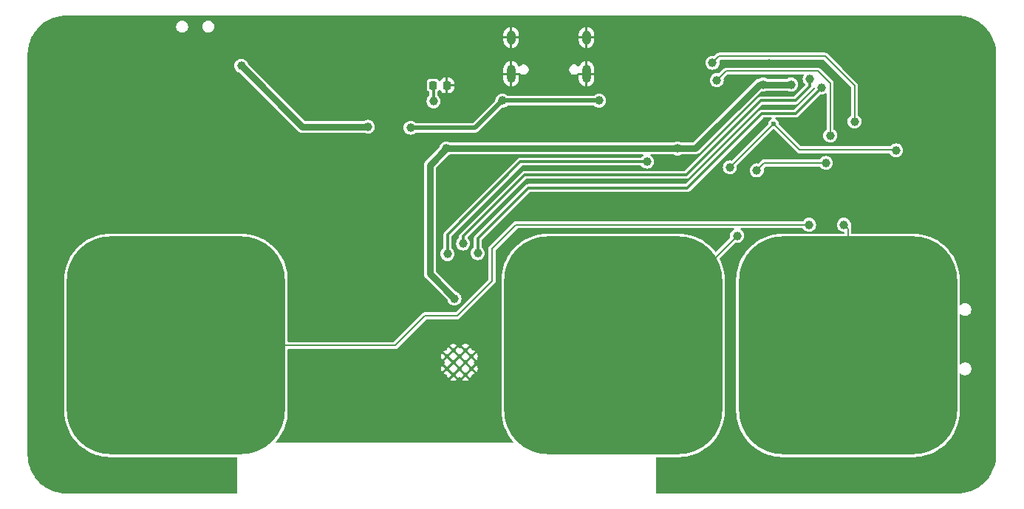
<source format=gbl>
G04 #@! TF.GenerationSoftware,KiCad,Pcbnew,8.0.0*
G04 #@! TF.CreationDate,2024-03-25T15:19:01-04:00*
G04 #@! TF.ProjectId,ecg_board,6563675f-626f-4617-9264-2e6b69636164,rev?*
G04 #@! TF.SameCoordinates,Original*
G04 #@! TF.FileFunction,Copper,L2,Bot*
G04 #@! TF.FilePolarity,Positive*
%FSLAX46Y46*%
G04 Gerber Fmt 4.6, Leading zero omitted, Abs format (unit mm)*
G04 Created by KiCad (PCBNEW 8.0.0) date 2024-03-25 15:19:01*
%MOMM*%
%LPD*%
G01*
G04 APERTURE LIST*
G04 Aperture macros list*
%AMRoundRect*
0 Rectangle with rounded corners*
0 $1 Rounding radius*
0 $2 $3 $4 $5 $6 $7 $8 $9 X,Y pos of 4 corners*
0 Add a 4 corners polygon primitive as box body*
4,1,4,$2,$3,$4,$5,$6,$7,$8,$9,$2,$3,0*
0 Add four circle primitives for the rounded corners*
1,1,$1+$1,$2,$3*
1,1,$1+$1,$4,$5*
1,1,$1+$1,$6,$7*
1,1,$1+$1,$8,$9*
0 Add four rect primitives between the rounded corners*
20,1,$1+$1,$2,$3,$4,$5,0*
20,1,$1+$1,$4,$5,$6,$7,0*
20,1,$1+$1,$6,$7,$8,$9,0*
20,1,$1+$1,$8,$9,$2,$3,0*%
G04 Aperture macros list end*
G04 #@! TA.AperFunction,ComponentPad*
%ADD10O,1.000000X2.100000*%
G04 #@! TD*
G04 #@! TA.AperFunction,ComponentPad*
%ADD11O,1.000000X1.600000*%
G04 #@! TD*
G04 #@! TA.AperFunction,HeatsinkPad*
%ADD12C,0.600000*%
G04 #@! TD*
G04 #@! TA.AperFunction,SMDPad,CuDef*
%ADD13RoundRect,0.218750X0.218750X0.256250X-0.218750X0.256250X-0.218750X-0.256250X0.218750X-0.256250X0*%
G04 #@! TD*
G04 #@! TA.AperFunction,SMDPad,CuDef*
%ADD14RoundRect,5.000000X7.500000X7.500000X-7.500000X7.500000X-7.500000X-7.500000X7.500000X-7.500000X0*%
G04 #@! TD*
G04 #@! TA.AperFunction,ViaPad*
%ADD15C,1.000000*%
G04 #@! TD*
G04 #@! TA.AperFunction,ViaPad*
%ADD16C,0.600000*%
G04 #@! TD*
G04 #@! TA.AperFunction,Conductor*
%ADD17C,0.500000*%
G04 #@! TD*
G04 #@! TA.AperFunction,Conductor*
%ADD18C,0.300000*%
G04 #@! TD*
G04 #@! TA.AperFunction,Conductor*
%ADD19C,0.750000*%
G04 #@! TD*
G04 #@! TA.AperFunction,Conductor*
%ADD20C,0.200000*%
G04 #@! TD*
G04 APERTURE END LIST*
D10*
X154245000Y-65925000D03*
D11*
X154245000Y-61745000D03*
D10*
X145605000Y-65925000D03*
D11*
X145605000Y-61745000D03*
D12*
X141075000Y-99740000D03*
X141075000Y-98340000D03*
X140375000Y-100440000D03*
X140375000Y-99040000D03*
X140375000Y-97640000D03*
X139675000Y-99740000D03*
X139675000Y-98340000D03*
X138975000Y-100440000D03*
X138975000Y-99040000D03*
X138975000Y-97640000D03*
X138275000Y-99740000D03*
X138275000Y-98340000D03*
D13*
X138250000Y-67250000D03*
X136675000Y-67250000D03*
D14*
X157300000Y-97100000D03*
X184200000Y-97100000D03*
X107200000Y-97100000D03*
D15*
X144605000Y-69000000D03*
X134075000Y-72100000D03*
X155675000Y-69000000D03*
D16*
X152200000Y-80000000D03*
X140600000Y-105700000D03*
X143000000Y-107000000D03*
X159600000Y-64700000D03*
X137700000Y-62800000D03*
X197000000Y-73200000D03*
X195000000Y-68300000D03*
X192800000Y-66300000D03*
X135800000Y-103700000D03*
X127900000Y-85900000D03*
X163500000Y-80400000D03*
X109400000Y-80000000D03*
X103600000Y-76300000D03*
X95800000Y-68800000D03*
X111000000Y-76300000D03*
X195000000Y-76900000D03*
X137500000Y-107000000D03*
X142300000Y-102900000D03*
X116700000Y-74000000D03*
X122800000Y-82900000D03*
X163800000Y-62200000D03*
X157900000Y-70400000D03*
X170800000Y-95400000D03*
X176400000Y-73600000D03*
X196200000Y-82500000D03*
X177600000Y-72200000D03*
X173500000Y-72600000D03*
X140500000Y-64800000D03*
X170700000Y-98000000D03*
X98400000Y-64500000D03*
X164300000Y-68500000D03*
X95100000Y-77400000D03*
X102800000Y-79900000D03*
X178200000Y-64700000D03*
X123400000Y-68100000D03*
X128900000Y-82800000D03*
X189100000Y-64600000D03*
D15*
X175200000Y-64700000D03*
D16*
X170000000Y-79500000D03*
X133800000Y-85900000D03*
X196300000Y-63400000D03*
X141700000Y-77000000D03*
X117100000Y-80300000D03*
X102500000Y-63400000D03*
X139600000Y-69000000D03*
D15*
X140100000Y-85400000D03*
X179825000Y-66500000D03*
X181175000Y-67500000D03*
X141770000Y-86500000D03*
X174500000Y-67150000D03*
X138175000Y-74500000D03*
X164675000Y-74500000D03*
X139100000Y-91700000D03*
X177675000Y-67150000D03*
X161175000Y-76000000D03*
X138300000Y-86600000D03*
X184950000Y-71375000D03*
X168675000Y-64650000D03*
X169175000Y-66650000D03*
X182175000Y-73000000D03*
D16*
X175675000Y-71650000D03*
D15*
X170675000Y-76650000D03*
X189700000Y-74700000D03*
X136712500Y-69075000D03*
X183750000Y-83250000D03*
X179750000Y-83250000D03*
X171500000Y-84500000D03*
X181675000Y-76150000D03*
X173750000Y-77000000D03*
X114675000Y-65000000D03*
X129175000Y-72000000D03*
D17*
X134075000Y-72100000D02*
X141505000Y-72100000D01*
X141505000Y-72100000D02*
X144605000Y-69000000D01*
X155675000Y-69000000D02*
X144605000Y-69000000D01*
D18*
X140100000Y-84575000D02*
X147175000Y-77500000D01*
X140100000Y-85400000D02*
X140100000Y-84575000D01*
X179825000Y-67350000D02*
X179825000Y-66500000D01*
X178175000Y-69000000D02*
X179825000Y-67350000D01*
X165700000Y-77500000D02*
X174200000Y-69000000D01*
X147175000Y-77500000D02*
X165700000Y-77500000D01*
X174200000Y-69000000D02*
X178175000Y-69000000D01*
X181175000Y-67500000D02*
X178175000Y-70500000D01*
X141770000Y-84830000D02*
X141770000Y-86500000D01*
X178175000Y-70500000D02*
X174300000Y-70500000D01*
X147600000Y-79000000D02*
X141770000Y-84830000D01*
X174300000Y-70500000D02*
X165800000Y-79000000D01*
X165800000Y-79000000D02*
X147600000Y-79000000D01*
D19*
X177675000Y-67150000D02*
X174500000Y-67150000D01*
X166700000Y-74500000D02*
X164675000Y-74500000D01*
X136300000Y-88900000D02*
X136300000Y-76375000D01*
X136300000Y-76375000D02*
X138175000Y-74500000D01*
X139100000Y-91700000D02*
X136300000Y-88900000D01*
X138175000Y-74500000D02*
X164675000Y-74500000D01*
X174500000Y-67150000D02*
X174050000Y-67150000D01*
X174050000Y-67150000D02*
X166700000Y-74500000D01*
D18*
X146675000Y-76000000D02*
X161175000Y-76000000D01*
X138300000Y-84375000D02*
X146675000Y-76000000D01*
X138300000Y-86600000D02*
X138300000Y-84375000D01*
D20*
X184950000Y-71375000D02*
X184950000Y-67275000D01*
X181575000Y-63900000D02*
X169425000Y-63900000D01*
X184950000Y-67275000D02*
X181575000Y-63900000D01*
X169425000Y-63900000D02*
X168675000Y-64650000D01*
X170225000Y-65600000D02*
X169175000Y-66650000D01*
X180775000Y-65600000D02*
X170225000Y-65600000D01*
X182175000Y-73000000D02*
X182175000Y-67000000D01*
X182175000Y-67000000D02*
X180775000Y-65600000D01*
X189675000Y-74650000D02*
X178675000Y-74650000D01*
X170675000Y-76650000D02*
X175675000Y-71650000D01*
X178675000Y-74650000D02*
X175675000Y-71650000D01*
D18*
X136712500Y-67287500D02*
X136712500Y-69075000D01*
D20*
X184200000Y-83700000D02*
X184200000Y-97100000D01*
X183750000Y-83250000D02*
X184200000Y-83700000D01*
X146150000Y-83250000D02*
X143400000Y-86000000D01*
X135701371Y-93700000D02*
X132301371Y-97100000D01*
X132301371Y-97100000D02*
X107200000Y-97100000D01*
X143400000Y-86000000D02*
X143400000Y-89700000D01*
X143400000Y-89700000D02*
X139400000Y-93700000D01*
X179750000Y-83250000D02*
X146150000Y-83250000D01*
X139400000Y-93700000D02*
X135701371Y-93700000D01*
X171500000Y-84500000D02*
X158900000Y-97100000D01*
X158900000Y-97100000D02*
X157300000Y-97100000D01*
X173750000Y-77000000D02*
X174600000Y-76150000D01*
X174600000Y-76150000D02*
X181675000Y-76150000D01*
D19*
X121675000Y-72000000D02*
X114675000Y-65000000D01*
X129175000Y-72000000D02*
X121675000Y-72000000D01*
G04 #@! TA.AperFunction,Conductor*
G36*
X196701603Y-59200570D02*
G01*
X197088938Y-59217481D01*
X197095359Y-59218043D01*
X197478125Y-59268436D01*
X197484482Y-59269557D01*
X197672943Y-59311337D01*
X197861408Y-59353119D01*
X197867632Y-59354786D01*
X198235848Y-59470884D01*
X198241891Y-59473083D01*
X198590685Y-59617559D01*
X198598587Y-59620832D01*
X198604437Y-59623560D01*
X198946884Y-59801827D01*
X198952475Y-59805055D01*
X199278084Y-60012490D01*
X199283369Y-60016190D01*
X199589657Y-60251214D01*
X199594597Y-60255359D01*
X199879244Y-60516191D01*
X199883808Y-60520755D01*
X200144640Y-60805402D01*
X200148790Y-60810348D01*
X200383806Y-61116627D01*
X200387509Y-61121915D01*
X200594944Y-61447524D01*
X200598172Y-61453115D01*
X200776439Y-61795562D01*
X200779167Y-61801412D01*
X200926911Y-62158096D01*
X200929119Y-62164163D01*
X201045210Y-62532359D01*
X201046881Y-62538595D01*
X201130442Y-62915517D01*
X201131563Y-62921874D01*
X201181955Y-63304635D01*
X201182518Y-63311066D01*
X201199430Y-63698396D01*
X201199500Y-63701624D01*
X201199500Y-109598375D01*
X201199430Y-109601603D01*
X201182518Y-109988933D01*
X201181955Y-109995364D01*
X201131563Y-110378125D01*
X201130442Y-110384482D01*
X201046881Y-110761404D01*
X201045210Y-110767640D01*
X200929119Y-111135836D01*
X200926911Y-111141903D01*
X200779167Y-111498587D01*
X200776439Y-111504437D01*
X200598172Y-111846884D01*
X200594944Y-111852475D01*
X200387509Y-112178084D01*
X200383806Y-112183372D01*
X200148790Y-112489651D01*
X200144640Y-112494597D01*
X199883808Y-112779244D01*
X199879244Y-112783808D01*
X199594597Y-113044640D01*
X199589651Y-113048790D01*
X199283372Y-113283806D01*
X199278084Y-113287509D01*
X198952475Y-113494944D01*
X198946884Y-113498172D01*
X198604437Y-113676439D01*
X198598587Y-113679167D01*
X198241903Y-113826911D01*
X198235836Y-113829119D01*
X197867640Y-113945210D01*
X197861404Y-113946881D01*
X197484482Y-114030442D01*
X197478125Y-114031563D01*
X197095364Y-114081955D01*
X197088933Y-114082518D01*
X196701603Y-114099430D01*
X196698375Y-114099500D01*
X162249000Y-114099500D01*
X162196674Y-114077826D01*
X162175000Y-114025500D01*
X162175000Y-109974499D01*
X162196674Y-109922173D01*
X162249000Y-109900499D01*
X164915654Y-109900499D01*
X164915664Y-109900499D01*
X165262409Y-109885361D01*
X165262415Y-109885360D01*
X165262418Y-109885360D01*
X165330937Y-109876339D01*
X165721299Y-109824947D01*
X166173177Y-109724768D01*
X166614605Y-109585586D01*
X167042222Y-109408461D01*
X167452775Y-109194741D01*
X167843138Y-108946052D01*
X168210342Y-108664287D01*
X168551590Y-108351590D01*
X168864287Y-108010342D01*
X169146052Y-107643138D01*
X169394741Y-107252775D01*
X169608461Y-106842222D01*
X169785586Y-106414605D01*
X169924768Y-105973177D01*
X170024947Y-105521299D01*
X170085361Y-105062409D01*
X170100500Y-104715665D01*
X170100500Y-104715654D01*
X171399500Y-104715654D01*
X171414639Y-105062418D01*
X171475052Y-105521291D01*
X171475053Y-105521297D01*
X171575233Y-105973182D01*
X171575236Y-105973193D01*
X171714415Y-106414609D01*
X171891537Y-106842217D01*
X171891541Y-106842225D01*
X172105258Y-107252773D01*
X172105263Y-107252782D01*
X172353944Y-107643132D01*
X172353956Y-107643148D01*
X172635704Y-108010331D01*
X172635706Y-108010333D01*
X172635713Y-108010342D01*
X172948410Y-108351590D01*
X173289658Y-108664287D01*
X173656862Y-108946052D01*
X174047225Y-109194741D01*
X174457778Y-109408461D01*
X174885395Y-109585586D01*
X175123958Y-109660805D01*
X175326806Y-109724763D01*
X175326814Y-109724765D01*
X175326823Y-109724768D01*
X175778701Y-109824947D01*
X176120267Y-109869915D01*
X176237581Y-109885360D01*
X176237584Y-109885360D01*
X176237591Y-109885361D01*
X176584335Y-109900500D01*
X191815664Y-109900499D01*
X192162409Y-109885361D01*
X192162415Y-109885360D01*
X192162418Y-109885360D01*
X192230937Y-109876339D01*
X192621299Y-109824947D01*
X193073177Y-109724768D01*
X193514605Y-109585586D01*
X193942222Y-109408461D01*
X194352775Y-109194741D01*
X194743138Y-108946052D01*
X195110342Y-108664287D01*
X195451590Y-108351590D01*
X195764287Y-108010342D01*
X196046052Y-107643138D01*
X196294741Y-107252775D01*
X196508461Y-106842222D01*
X196685586Y-106414605D01*
X196824768Y-105973177D01*
X196924947Y-105521299D01*
X196985361Y-105062409D01*
X197000500Y-104715665D01*
X197000499Y-100362660D01*
X197022173Y-100310335D01*
X197074499Y-100288661D01*
X197126823Y-100310334D01*
X197155021Y-100338532D01*
X197273847Y-100417929D01*
X197405880Y-100472619D01*
X197546045Y-100500500D01*
X197546047Y-100500500D01*
X197688953Y-100500500D01*
X197688955Y-100500500D01*
X197829120Y-100472619D01*
X197961153Y-100417929D01*
X198079979Y-100338532D01*
X198181032Y-100237479D01*
X198260429Y-100118653D01*
X198315119Y-99986620D01*
X198343000Y-99846455D01*
X198343000Y-99703545D01*
X198315119Y-99563380D01*
X198260429Y-99431347D01*
X198181032Y-99312521D01*
X198079979Y-99211468D01*
X197961153Y-99132071D01*
X197961150Y-99132069D01*
X197961149Y-99132069D01*
X197829120Y-99077381D01*
X197829114Y-99077379D01*
X197735252Y-99058709D01*
X197688955Y-99049500D01*
X197546045Y-99049500D01*
X197506310Y-99057403D01*
X197405885Y-99077379D01*
X197405879Y-99077381D01*
X197273850Y-99132069D01*
X197155021Y-99211467D01*
X197155020Y-99211469D01*
X197126825Y-99239664D01*
X197074499Y-99261338D01*
X197022173Y-99239664D01*
X197000499Y-99187338D01*
X197000499Y-93562662D01*
X197022173Y-93510336D01*
X197074499Y-93488662D01*
X197126825Y-93510336D01*
X197155021Y-93538532D01*
X197273847Y-93617929D01*
X197405880Y-93672619D01*
X197546045Y-93700500D01*
X197546047Y-93700500D01*
X197688953Y-93700500D01*
X197688955Y-93700500D01*
X197829120Y-93672619D01*
X197961153Y-93617929D01*
X198079979Y-93538532D01*
X198181032Y-93437479D01*
X198260429Y-93318653D01*
X198315119Y-93186620D01*
X198343000Y-93046455D01*
X198343000Y-92903545D01*
X198315119Y-92763380D01*
X198260429Y-92631347D01*
X198181032Y-92512521D01*
X198079979Y-92411468D01*
X197961153Y-92332071D01*
X197961150Y-92332069D01*
X197961149Y-92332069D01*
X197829120Y-92277381D01*
X197829114Y-92277379D01*
X197735252Y-92258709D01*
X197688955Y-92249500D01*
X197546045Y-92249500D01*
X197506310Y-92257403D01*
X197405885Y-92277379D01*
X197405879Y-92277381D01*
X197273850Y-92332069D01*
X197155021Y-92411467D01*
X197155020Y-92411469D01*
X197126825Y-92439664D01*
X197074499Y-92461338D01*
X197022173Y-92439664D01*
X197000499Y-92387338D01*
X197000499Y-89484345D01*
X197000499Y-89484335D01*
X196985361Y-89137591D01*
X196924947Y-88678701D01*
X196824768Y-88226823D01*
X196685586Y-87785395D01*
X196508461Y-87357778D01*
X196294741Y-86947225D01*
X196046052Y-86556862D01*
X195864873Y-86320745D01*
X195764295Y-86189668D01*
X195764293Y-86189666D01*
X195764287Y-86189658D01*
X195451590Y-85848410D01*
X195110342Y-85535713D01*
X195110333Y-85535706D01*
X195110331Y-85535704D01*
X194878535Y-85357841D01*
X194743138Y-85253948D01*
X194698939Y-85225790D01*
X194352782Y-85005263D01*
X194352773Y-85005258D01*
X194332931Y-84994929D01*
X193942222Y-84791539D01*
X193839734Y-84749087D01*
X193514609Y-84614415D01*
X193073193Y-84475236D01*
X193073182Y-84475233D01*
X192984359Y-84455541D01*
X192621299Y-84375053D01*
X192601566Y-84372455D01*
X192162418Y-84314639D01*
X191998161Y-84307467D01*
X191815665Y-84299500D01*
X191815655Y-84299500D01*
X184674500Y-84299500D01*
X184622174Y-84277826D01*
X184600500Y-84225500D01*
X184600500Y-83647273D01*
X184573207Y-83545413D01*
X184573207Y-83545412D01*
X184541313Y-83490171D01*
X184533920Y-83434019D01*
X184535304Y-83429531D01*
X184535364Y-83429263D01*
X184535368Y-83429255D01*
X184555565Y-83250000D01*
X184535368Y-83070745D01*
X184535365Y-83070736D01*
X184475790Y-82900479D01*
X184421998Y-82814870D01*
X184379816Y-82747738D01*
X184252262Y-82620184D01*
X184213054Y-82595547D01*
X184099520Y-82524209D01*
X183929263Y-82464634D01*
X183929256Y-82464632D01*
X183929255Y-82464632D01*
X183750000Y-82444435D01*
X183570745Y-82464632D01*
X183570736Y-82464634D01*
X183400479Y-82524209D01*
X183247739Y-82620183D01*
X183120183Y-82747739D01*
X183024209Y-82900479D01*
X182964634Y-83070736D01*
X182964632Y-83070745D01*
X182944435Y-83250000D01*
X182964632Y-83429254D01*
X182964634Y-83429263D01*
X183024209Y-83599520D01*
X183057408Y-83652355D01*
X183120184Y-83752262D01*
X183247738Y-83879816D01*
X183343712Y-83940120D01*
X183400479Y-83975790D01*
X183570736Y-84035365D01*
X183570745Y-84035368D01*
X183733787Y-84053738D01*
X183783355Y-84081134D01*
X183799500Y-84127272D01*
X183799500Y-84225500D01*
X183777826Y-84277826D01*
X183725500Y-84299500D01*
X176584345Y-84299500D01*
X176237581Y-84314639D01*
X175778708Y-84375052D01*
X175778705Y-84375052D01*
X175778701Y-84375053D01*
X175618711Y-84410522D01*
X175326817Y-84475233D01*
X175326806Y-84475236D01*
X174885390Y-84614415D01*
X174457782Y-84791537D01*
X174457774Y-84791541D01*
X174047226Y-85005258D01*
X174047217Y-85005263D01*
X173656867Y-85253944D01*
X173656851Y-85253956D01*
X173289668Y-85535704D01*
X173289664Y-85535708D01*
X173289661Y-85535710D01*
X173289658Y-85535713D01*
X172948410Y-85848410D01*
X172639645Y-86185368D01*
X172635708Y-86189664D01*
X172635704Y-86189668D01*
X172353956Y-86556851D01*
X172353944Y-86556867D01*
X172105263Y-86947217D01*
X172105258Y-86947226D01*
X171891541Y-87357774D01*
X171891537Y-87357782D01*
X171714415Y-87785390D01*
X171575236Y-88226806D01*
X171575233Y-88226817D01*
X171475053Y-88678702D01*
X171475052Y-88678708D01*
X171414639Y-89137581D01*
X171399500Y-89484344D01*
X171399500Y-104715654D01*
X170100500Y-104715654D01*
X170100499Y-89484336D01*
X170085361Y-89137591D01*
X170024947Y-88678701D01*
X169924768Y-88226823D01*
X169785586Y-87785395D01*
X169608461Y-87357778D01*
X169496625Y-87142944D01*
X169491690Y-87086526D01*
X169509937Y-87056454D01*
X171259848Y-85306543D01*
X171312173Y-85284870D01*
X171320458Y-85285335D01*
X171320742Y-85285367D01*
X171320745Y-85285368D01*
X171500000Y-85305565D01*
X171679255Y-85285368D01*
X171747481Y-85261494D01*
X171849520Y-85225790D01*
X171857549Y-85220745D01*
X172002262Y-85129816D01*
X172129816Y-85002262D01*
X172225789Y-84849522D01*
X172246078Y-84791541D01*
X172282418Y-84687686D01*
X172285368Y-84679255D01*
X172305565Y-84500000D01*
X172285368Y-84320745D01*
X172283600Y-84315691D01*
X172225790Y-84150479D01*
X172166151Y-84055565D01*
X172129816Y-83997738D01*
X172002262Y-83870184D01*
X172002259Y-83870182D01*
X172002257Y-83870180D01*
X171870127Y-83787157D01*
X171837353Y-83740966D01*
X171846841Y-83685129D01*
X171893032Y-83652355D01*
X171909498Y-83650500D01*
X179015344Y-83650500D01*
X179067670Y-83672174D01*
X179078002Y-83685130D01*
X179096539Y-83714632D01*
X179120184Y-83752262D01*
X179247738Y-83879816D01*
X179343712Y-83940120D01*
X179400479Y-83975790D01*
X179570736Y-84035365D01*
X179570745Y-84035368D01*
X179750000Y-84055565D01*
X179929255Y-84035368D01*
X180036793Y-83997739D01*
X180099520Y-83975790D01*
X180099522Y-83975789D01*
X180252262Y-83879816D01*
X180379816Y-83752262D01*
X180475789Y-83599522D01*
X180535368Y-83429255D01*
X180555565Y-83250000D01*
X180535368Y-83070745D01*
X180535365Y-83070736D01*
X180475790Y-82900479D01*
X180421998Y-82814870D01*
X180379816Y-82747738D01*
X180252262Y-82620184D01*
X180213054Y-82595547D01*
X180099520Y-82524209D01*
X179929263Y-82464634D01*
X179929256Y-82464632D01*
X179929255Y-82464632D01*
X179750000Y-82444435D01*
X179570745Y-82464632D01*
X179570736Y-82464634D01*
X179400479Y-82524209D01*
X179247739Y-82620183D01*
X179120181Y-82747741D01*
X179078002Y-82814870D01*
X179031811Y-82847645D01*
X179015344Y-82849500D01*
X146202727Y-82849500D01*
X146097273Y-82849500D01*
X146046342Y-82863146D01*
X145995411Y-82876793D01*
X145995407Y-82876795D01*
X145904090Y-82929517D01*
X143079517Y-85754090D01*
X143026795Y-85845407D01*
X143026791Y-85845416D01*
X143002431Y-85936327D01*
X143002432Y-85936328D01*
X142999500Y-85947270D01*
X142999500Y-89503455D01*
X142977826Y-89555781D01*
X139255781Y-93277826D01*
X139203455Y-93299500D01*
X135754098Y-93299500D01*
X135648644Y-93299500D01*
X135597713Y-93313146D01*
X135546782Y-93326793D01*
X135546778Y-93326795D01*
X135455461Y-93379517D01*
X132157152Y-96677826D01*
X132104826Y-96699500D01*
X120074499Y-96699500D01*
X120022173Y-96677826D01*
X120000499Y-96625500D01*
X120000499Y-89484345D01*
X120000499Y-89484335D01*
X119985361Y-89137591D01*
X119962840Y-88966530D01*
X135624500Y-88966530D01*
X135650457Y-89097029D01*
X135650459Y-89097036D01*
X135667257Y-89137591D01*
X135701380Y-89219969D01*
X135750884Y-89294057D01*
X135775304Y-89330605D01*
X138297670Y-91852971D01*
X138315191Y-91880856D01*
X138374209Y-92049520D01*
X138445547Y-92163054D01*
X138470184Y-92202262D01*
X138597738Y-92329816D01*
X138689284Y-92387338D01*
X138750479Y-92425790D01*
X138920736Y-92485365D01*
X138920745Y-92485368D01*
X139100000Y-92505565D01*
X139279255Y-92485368D01*
X139409870Y-92439664D01*
X139449520Y-92425790D01*
X139449522Y-92425789D01*
X139602262Y-92329816D01*
X139729816Y-92202262D01*
X139825789Y-92049522D01*
X139885368Y-91879255D01*
X139905565Y-91700000D01*
X139885368Y-91520745D01*
X139885365Y-91520736D01*
X139825790Y-91350479D01*
X139790120Y-91293712D01*
X139729816Y-91197738D01*
X139602262Y-91070184D01*
X139563054Y-91045547D01*
X139449520Y-90974209D01*
X139280856Y-90915191D01*
X139252971Y-90897670D01*
X136997174Y-88641873D01*
X136975500Y-88589547D01*
X136975500Y-76685452D01*
X136997173Y-76633127D01*
X138327973Y-75302326D01*
X138355851Y-75284809D01*
X138524522Y-75225789D01*
X138524524Y-75225787D01*
X138524526Y-75225787D01*
X138586504Y-75186843D01*
X138625875Y-75175500D01*
X160725715Y-75175500D01*
X160778041Y-75197174D01*
X160799715Y-75249500D01*
X160778041Y-75301826D01*
X160765086Y-75312157D01*
X160672742Y-75370180D01*
X160672741Y-75370181D01*
X160545182Y-75497739D01*
X160534418Y-75514871D01*
X160488227Y-75547645D01*
X160471761Y-75549500D01*
X146615689Y-75549500D01*
X146501114Y-75580200D01*
X146398386Y-75639509D01*
X137939508Y-84098389D01*
X137880201Y-84201112D01*
X137877680Y-84210523D01*
X137877679Y-84210522D01*
X137877679Y-84210525D01*
X137849500Y-84315688D01*
X137849500Y-85896761D01*
X137827826Y-85949087D01*
X137814871Y-85959418D01*
X137797742Y-85970180D01*
X137670183Y-86097739D01*
X137574209Y-86250479D01*
X137514634Y-86420736D01*
X137514632Y-86420745D01*
X137494435Y-86600000D01*
X137514632Y-86779254D01*
X137514634Y-86779263D01*
X137574209Y-86949520D01*
X137641400Y-87056452D01*
X137670184Y-87102262D01*
X137797738Y-87229816D01*
X137886144Y-87285365D01*
X137950479Y-87325790D01*
X138120736Y-87385365D01*
X138120745Y-87385368D01*
X138300000Y-87405565D01*
X138479255Y-87385368D01*
X138558114Y-87357774D01*
X138649520Y-87325790D01*
X138681708Y-87305565D01*
X138802262Y-87229816D01*
X138929816Y-87102262D01*
X139025789Y-86949522D01*
X139026593Y-86947226D01*
X139085365Y-86779263D01*
X139085368Y-86779255D01*
X139105565Y-86600000D01*
X139085368Y-86420745D01*
X139056252Y-86337536D01*
X139025790Y-86250479D01*
X138990120Y-86193712D01*
X138929816Y-86097738D01*
X138802262Y-85970184D01*
X138802259Y-85970182D01*
X138802257Y-85970180D01*
X138785129Y-85959418D01*
X138752355Y-85913226D01*
X138750500Y-85896761D01*
X138750500Y-85400000D01*
X139294435Y-85400000D01*
X139309725Y-85535708D01*
X139314632Y-85579254D01*
X139314634Y-85579263D01*
X139374209Y-85749520D01*
X139436772Y-85849087D01*
X139470184Y-85902262D01*
X139597738Y-86029816D01*
X139693712Y-86090120D01*
X139750479Y-86125790D01*
X139920736Y-86185365D01*
X139920745Y-86185368D01*
X140100000Y-86205565D01*
X140279255Y-86185368D01*
X140378965Y-86150478D01*
X140449520Y-86125790D01*
X140449522Y-86125789D01*
X140602262Y-86029816D01*
X140729816Y-85902262D01*
X140825789Y-85749522D01*
X140885368Y-85579255D01*
X140905565Y-85400000D01*
X140885368Y-85220745D01*
X140853551Y-85129816D01*
X140825790Y-85050479D01*
X140790120Y-84993712D01*
X140729816Y-84897738D01*
X140624414Y-84792336D01*
X140602741Y-84740012D01*
X140624414Y-84687687D01*
X147339929Y-77972174D01*
X147392255Y-77950500D01*
X165759309Y-77950500D01*
X165849673Y-77926286D01*
X165849674Y-77926286D01*
X165860350Y-77923425D01*
X165873887Y-77919799D01*
X165976614Y-77860489D01*
X174364929Y-69472174D01*
X174417255Y-69450500D01*
X178234309Y-69450500D01*
X178331260Y-69424522D01*
X178348887Y-69419799D01*
X178451614Y-69360489D01*
X180185489Y-67626614D01*
X180224347Y-67559309D01*
X180238895Y-67534110D01*
X180283829Y-67499635D01*
X180339981Y-67507029D01*
X180374458Y-67551964D01*
X180376514Y-67562830D01*
X180382503Y-67615990D01*
X180366823Y-67670413D01*
X180361294Y-67676600D01*
X178010071Y-70027826D01*
X177957745Y-70049500D01*
X174240689Y-70049500D01*
X174126114Y-70080200D01*
X174082695Y-70105267D01*
X174082696Y-70105268D01*
X174023389Y-70139508D01*
X165635071Y-78527826D01*
X165582745Y-78549500D01*
X147540689Y-78549500D01*
X147450326Y-78573713D01*
X147436345Y-78577459D01*
X147426111Y-78580201D01*
X147323389Y-78639508D01*
X141409508Y-84553389D01*
X141350201Y-84656112D01*
X141347680Y-84665523D01*
X141347679Y-84665522D01*
X141347679Y-84665525D01*
X141319500Y-84770688D01*
X141319500Y-85796761D01*
X141297826Y-85849087D01*
X141284871Y-85859418D01*
X141267742Y-85870180D01*
X141140183Y-85997739D01*
X141044209Y-86150479D01*
X140984634Y-86320736D01*
X140984632Y-86320745D01*
X140964435Y-86500000D01*
X140984632Y-86679254D01*
X140984634Y-86679263D01*
X141044209Y-86849520D01*
X141107044Y-86949520D01*
X141140184Y-87002262D01*
X141267738Y-87129816D01*
X141363712Y-87190120D01*
X141420479Y-87225790D01*
X141590736Y-87285365D01*
X141590745Y-87285368D01*
X141770000Y-87305565D01*
X141949255Y-87285368D01*
X142017481Y-87261494D01*
X142119520Y-87225790D01*
X142119522Y-87225789D01*
X142272262Y-87129816D01*
X142399816Y-87002262D01*
X142495789Y-86849522D01*
X142520377Y-86779255D01*
X142555365Y-86679263D01*
X142555368Y-86679255D01*
X142575565Y-86500000D01*
X142555368Y-86320745D01*
X142515065Y-86205565D01*
X142495790Y-86150479D01*
X142419972Y-86029816D01*
X142399816Y-85997738D01*
X142272262Y-85870184D01*
X142272259Y-85870182D01*
X142272257Y-85870180D01*
X142255129Y-85859418D01*
X142222355Y-85813226D01*
X142220500Y-85796761D01*
X142220500Y-85047255D01*
X142242174Y-84994929D01*
X147764929Y-79472174D01*
X147817255Y-79450500D01*
X165859309Y-79450500D01*
X165949673Y-79426286D01*
X165949674Y-79426286D01*
X165960350Y-79423425D01*
X165973887Y-79419799D01*
X166076614Y-79360489D01*
X174464929Y-70972174D01*
X174517255Y-70950500D01*
X175422536Y-70950500D01*
X175474862Y-70972174D01*
X175496536Y-71024500D01*
X175474862Y-71076826D01*
X175450855Y-71092867D01*
X175372158Y-71125464D01*
X175246720Y-71221715D01*
X175246715Y-71221720D01*
X175150464Y-71347158D01*
X175089955Y-71493238D01*
X175089955Y-71493239D01*
X175069318Y-71649999D01*
X175069318Y-71654849D01*
X175067436Y-71654849D01*
X175054459Y-71703252D01*
X175048084Y-71710521D01*
X170915150Y-75843455D01*
X170862824Y-75865129D01*
X170854539Y-75864664D01*
X170675000Y-75844435D01*
X170495745Y-75864632D01*
X170495736Y-75864634D01*
X170325479Y-75924209D01*
X170172739Y-76020183D01*
X170045183Y-76147739D01*
X169949209Y-76300479D01*
X169889634Y-76470736D01*
X169889632Y-76470745D01*
X169869435Y-76650000D01*
X169889632Y-76829254D01*
X169889634Y-76829263D01*
X169949209Y-76999520D01*
X169980614Y-77049500D01*
X170045184Y-77152262D01*
X170172738Y-77279816D01*
X170268712Y-77340120D01*
X170325479Y-77375790D01*
X170495736Y-77435365D01*
X170495745Y-77435368D01*
X170675000Y-77455565D01*
X170854255Y-77435368D01*
X170922481Y-77411494D01*
X171024520Y-77375790D01*
X171024522Y-77375789D01*
X171177262Y-77279816D01*
X171304816Y-77152262D01*
X171400489Y-77000000D01*
X172944435Y-77000000D01*
X172961590Y-77152260D01*
X172964632Y-77179254D01*
X172964634Y-77179263D01*
X173024209Y-77349520D01*
X173090842Y-77455564D01*
X173120184Y-77502262D01*
X173247738Y-77629816D01*
X173343712Y-77690120D01*
X173400479Y-77725790D01*
X173570736Y-77785365D01*
X173570745Y-77785368D01*
X173750000Y-77805565D01*
X173929255Y-77785368D01*
X173997481Y-77761494D01*
X174099520Y-77725790D01*
X174099522Y-77725789D01*
X174252262Y-77629816D01*
X174379816Y-77502262D01*
X174475789Y-77349522D01*
X174535368Y-77179255D01*
X174555565Y-77000000D01*
X174535368Y-76820745D01*
X174535367Y-76820742D01*
X174535335Y-76820458D01*
X174551014Y-76766035D01*
X174556544Y-76759847D01*
X174744218Y-76572174D01*
X174796544Y-76550500D01*
X180940344Y-76550500D01*
X180992670Y-76572174D01*
X181003002Y-76585130D01*
X181044063Y-76650479D01*
X181045184Y-76652262D01*
X181172738Y-76779816D01*
X181268712Y-76840120D01*
X181325479Y-76875790D01*
X181495736Y-76935365D01*
X181495745Y-76935368D01*
X181675000Y-76955565D01*
X181854255Y-76935368D01*
X181922481Y-76911494D01*
X182024520Y-76875790D01*
X182024522Y-76875789D01*
X182177262Y-76779816D01*
X182304816Y-76652262D01*
X182400789Y-76499522D01*
X182401414Y-76497738D01*
X182460365Y-76329263D01*
X182460368Y-76329255D01*
X182480565Y-76150000D01*
X182460368Y-75970745D01*
X182460365Y-75970736D01*
X182400790Y-75800479D01*
X182306538Y-75650479D01*
X182304816Y-75647738D01*
X182177262Y-75520184D01*
X182121848Y-75485365D01*
X182024520Y-75424209D01*
X181854263Y-75364634D01*
X181854256Y-75364632D01*
X181854255Y-75364632D01*
X181675000Y-75344435D01*
X181495745Y-75364632D01*
X181495736Y-75364634D01*
X181325479Y-75424209D01*
X181172739Y-75520183D01*
X181045181Y-75647741D01*
X181003002Y-75714870D01*
X180956811Y-75747645D01*
X180940344Y-75749500D01*
X174657273Y-75749500D01*
X174657257Y-75749499D01*
X174652727Y-75749499D01*
X174547274Y-75749499D01*
X174547272Y-75749499D01*
X174446959Y-75776377D01*
X174446960Y-75776378D01*
X174445416Y-75776791D01*
X174354086Y-75829520D01*
X174279518Y-75904089D01*
X173990151Y-76193455D01*
X173937825Y-76215129D01*
X173929540Y-76214664D01*
X173750000Y-76194435D01*
X173570745Y-76214632D01*
X173570736Y-76214634D01*
X173400479Y-76274209D01*
X173247739Y-76370183D01*
X173120183Y-76497739D01*
X173024209Y-76650479D01*
X172964634Y-76820736D01*
X172964632Y-76820745D01*
X172944435Y-77000000D01*
X171400489Y-77000000D01*
X171400789Y-76999522D01*
X171423238Y-76935368D01*
X171460365Y-76829263D01*
X171460368Y-76829255D01*
X171480565Y-76650000D01*
X171460368Y-76470745D01*
X171460367Y-76470742D01*
X171460335Y-76470458D01*
X171476014Y-76416035D01*
X171481535Y-76409856D01*
X175614477Y-72276914D01*
X175666802Y-72255241D01*
X175673524Y-72255682D01*
X175679851Y-72255682D01*
X175679851Y-72257570D01*
X175728234Y-72270525D01*
X175735522Y-72276915D01*
X178351931Y-74893323D01*
X178351936Y-74893329D01*
X178354520Y-74895913D01*
X178429087Y-74970480D01*
X178520413Y-75023207D01*
X178520414Y-75023207D01*
X178520416Y-75023208D01*
X178571343Y-75036854D01*
X178622270Y-75050500D01*
X178622271Y-75050501D01*
X178622273Y-75050501D01*
X178732257Y-75050501D01*
X178732273Y-75050500D01*
X188933927Y-75050500D01*
X188986253Y-75072174D01*
X188996585Y-75085130D01*
X189060495Y-75186843D01*
X189070184Y-75202262D01*
X189197738Y-75329816D01*
X189293712Y-75390120D01*
X189350479Y-75425790D01*
X189520736Y-75485365D01*
X189520745Y-75485368D01*
X189700000Y-75505565D01*
X189879255Y-75485368D01*
X189947481Y-75461494D01*
X190049520Y-75425790D01*
X190052033Y-75424211D01*
X190202262Y-75329816D01*
X190329816Y-75202262D01*
X190425789Y-75049522D01*
X190434477Y-75024695D01*
X190485365Y-74879263D01*
X190485368Y-74879255D01*
X190505565Y-74700000D01*
X190485368Y-74520745D01*
X190485365Y-74520736D01*
X190425790Y-74350479D01*
X190362340Y-74249500D01*
X190329816Y-74197738D01*
X190202262Y-74070184D01*
X190086967Y-73997739D01*
X190049520Y-73974209D01*
X189879263Y-73914634D01*
X189879256Y-73914632D01*
X189879255Y-73914632D01*
X189700000Y-73894435D01*
X189520745Y-73914632D01*
X189520736Y-73914634D01*
X189350479Y-73974209D01*
X189197739Y-74070183D01*
X189070182Y-74197739D01*
X189059418Y-74214871D01*
X189013227Y-74247645D01*
X188996761Y-74249500D01*
X178871544Y-74249500D01*
X178819218Y-74227826D01*
X176301915Y-71710522D01*
X176280241Y-71658196D01*
X176280682Y-71651478D01*
X176280682Y-71650000D01*
X176267451Y-71549500D01*
X176260044Y-71493238D01*
X176199536Y-71347159D01*
X176103282Y-71221718D01*
X176103279Y-71221715D01*
X175977841Y-71125464D01*
X175899145Y-71092867D01*
X175859097Y-71052819D01*
X175859097Y-70996181D01*
X175899145Y-70956133D01*
X175927464Y-70950500D01*
X178234309Y-70950500D01*
X178324673Y-70926286D01*
X178324674Y-70926286D01*
X178335350Y-70923425D01*
X178348887Y-70919799D01*
X178451614Y-70860489D01*
X180998399Y-68313703D01*
X181050724Y-68292030D01*
X181058990Y-68292493D01*
X181175000Y-68305565D01*
X181354255Y-68285368D01*
X181524522Y-68225789D01*
X181661129Y-68139952D01*
X181716966Y-68130465D01*
X181763157Y-68163239D01*
X181774500Y-68202610D01*
X181774500Y-72265344D01*
X181752826Y-72317670D01*
X181739871Y-72328001D01*
X181672739Y-72370183D01*
X181545183Y-72497739D01*
X181449209Y-72650479D01*
X181389634Y-72820736D01*
X181389632Y-72820745D01*
X181369435Y-73000000D01*
X181389632Y-73179254D01*
X181389634Y-73179263D01*
X181449209Y-73349520D01*
X181520547Y-73463054D01*
X181545184Y-73502262D01*
X181672738Y-73629816D01*
X181768712Y-73690120D01*
X181825479Y-73725790D01*
X181995736Y-73785365D01*
X181995745Y-73785368D01*
X182175000Y-73805565D01*
X182354255Y-73785368D01*
X182422481Y-73761494D01*
X182524520Y-73725790D01*
X182524522Y-73725789D01*
X182677262Y-73629816D01*
X182804816Y-73502262D01*
X182900789Y-73349522D01*
X182960368Y-73179255D01*
X182980565Y-73000000D01*
X182960368Y-72820745D01*
X182927142Y-72725790D01*
X182900790Y-72650479D01*
X182831691Y-72540510D01*
X182804816Y-72497738D01*
X182677262Y-72370184D01*
X182610129Y-72328001D01*
X182577355Y-72281810D01*
X182575500Y-72265344D01*
X182575500Y-66947274D01*
X182556001Y-66874500D01*
X182556001Y-66874499D01*
X182549308Y-66849522D01*
X182548207Y-66845412D01*
X182495480Y-66754087D01*
X181020913Y-65279520D01*
X181020910Y-65279518D01*
X181020909Y-65279517D01*
X180929592Y-65226795D01*
X180929588Y-65226793D01*
X180827727Y-65199500D01*
X170277727Y-65199500D01*
X170172273Y-65199500D01*
X170121342Y-65213146D01*
X170070411Y-65226793D01*
X170070407Y-65226795D01*
X169979088Y-65279518D01*
X169415150Y-65843455D01*
X169362824Y-65865129D01*
X169354539Y-65864664D01*
X169175000Y-65844435D01*
X168995745Y-65864632D01*
X168995736Y-65864634D01*
X168825479Y-65924209D01*
X168672739Y-66020183D01*
X168545183Y-66147739D01*
X168449209Y-66300479D01*
X168389634Y-66470736D01*
X168389632Y-66470745D01*
X168369435Y-66650000D01*
X168379296Y-66737524D01*
X168389632Y-66829254D01*
X168389634Y-66829263D01*
X168449209Y-66999520D01*
X168484227Y-67055250D01*
X168545184Y-67152262D01*
X168672738Y-67279816D01*
X168768712Y-67340120D01*
X168825479Y-67375790D01*
X168995736Y-67435365D01*
X168995745Y-67435368D01*
X169175000Y-67455565D01*
X169354255Y-67435368D01*
X169428727Y-67409309D01*
X169524520Y-67375790D01*
X169524522Y-67375789D01*
X169677262Y-67279816D01*
X169804816Y-67152262D01*
X169900789Y-66999522D01*
X169901414Y-66997738D01*
X169960365Y-66829263D01*
X169960368Y-66829255D01*
X169980565Y-66650000D01*
X169960368Y-66470745D01*
X169960367Y-66470742D01*
X169960335Y-66470458D01*
X169976014Y-66416035D01*
X169981534Y-66409857D01*
X170369219Y-66022174D01*
X170421545Y-66000500D01*
X179059555Y-66000500D01*
X179111881Y-66022174D01*
X179133555Y-66074500D01*
X179122212Y-66113871D01*
X179099211Y-66150476D01*
X179039634Y-66320736D01*
X179039632Y-66320745D01*
X179019435Y-66500000D01*
X179033553Y-66625306D01*
X179039632Y-66679254D01*
X179039634Y-66679263D01*
X179099209Y-66849520D01*
X179131748Y-66901305D01*
X179195184Y-67002262D01*
X179313083Y-67120161D01*
X179334757Y-67172487D01*
X179313083Y-67224813D01*
X178010071Y-68527826D01*
X177957745Y-68549500D01*
X174140689Y-68549500D01*
X174026117Y-68580199D01*
X174026115Y-68580200D01*
X174015912Y-68586091D01*
X174001973Y-68594139D01*
X173923385Y-68639511D01*
X165535071Y-77027826D01*
X165482745Y-77049500D01*
X147115689Y-77049500D01*
X147025326Y-77073713D01*
X147011345Y-77077459D01*
X147001111Y-77080201D01*
X146898389Y-77139508D01*
X139739508Y-84298389D01*
X139680201Y-84401112D01*
X139677680Y-84410523D01*
X139677679Y-84410522D01*
X139677679Y-84410525D01*
X139649500Y-84515688D01*
X139649500Y-84696761D01*
X139627826Y-84749087D01*
X139614871Y-84759418D01*
X139597742Y-84770180D01*
X139470183Y-84897739D01*
X139374209Y-85050479D01*
X139314634Y-85220736D01*
X139314632Y-85220745D01*
X139294435Y-85400000D01*
X138750500Y-85400000D01*
X138750500Y-84592255D01*
X138772174Y-84539929D01*
X146839930Y-76472174D01*
X146892256Y-76450500D01*
X160471761Y-76450500D01*
X160524087Y-76472174D01*
X160534418Y-76485129D01*
X160545182Y-76502260D01*
X160545183Y-76502261D01*
X160545184Y-76502262D01*
X160672738Y-76629816D01*
X160761282Y-76685452D01*
X160825479Y-76725790D01*
X160940494Y-76766035D01*
X160995745Y-76785368D01*
X161175000Y-76805565D01*
X161354255Y-76785368D01*
X161427190Y-76759847D01*
X161524520Y-76725790D01*
X161524522Y-76725789D01*
X161677262Y-76629816D01*
X161804816Y-76502262D01*
X161900789Y-76349522D01*
X161925947Y-76277626D01*
X161960365Y-76179263D01*
X161960368Y-76179255D01*
X161980565Y-76000000D01*
X161960368Y-75820745D01*
X161944844Y-75776380D01*
X161900790Y-75650479D01*
X161837340Y-75549500D01*
X161804816Y-75497738D01*
X161677262Y-75370184D01*
X161677259Y-75370182D01*
X161677257Y-75370180D01*
X161584914Y-75312157D01*
X161552140Y-75265966D01*
X161561628Y-75210129D01*
X161607819Y-75177355D01*
X161624285Y-75175500D01*
X164224125Y-75175500D01*
X164263496Y-75186843D01*
X164325474Y-75225787D01*
X164325478Y-75225789D01*
X164393240Y-75249500D01*
X164494138Y-75284806D01*
X164495745Y-75285368D01*
X164675000Y-75305565D01*
X164854255Y-75285368D01*
X165024522Y-75225789D01*
X165086504Y-75186843D01*
X165125875Y-75175500D01*
X166766530Y-75175500D01*
X166766531Y-75175500D01*
X166897036Y-75149541D01*
X167019969Y-75098620D01*
X167130606Y-75024695D01*
X174213186Y-67942113D01*
X174265511Y-67920440D01*
X174289951Y-67924592D01*
X174320745Y-67935368D01*
X174500000Y-67955565D01*
X174679255Y-67935368D01*
X174849522Y-67875789D01*
X174911504Y-67836843D01*
X174950875Y-67825500D01*
X177224125Y-67825500D01*
X177263496Y-67836843D01*
X177325478Y-67875789D01*
X177495745Y-67935368D01*
X177675000Y-67955565D01*
X177854255Y-67935368D01*
X177928936Y-67909236D01*
X178024520Y-67875790D01*
X178024522Y-67875789D01*
X178177262Y-67779816D01*
X178304816Y-67652262D01*
X178400789Y-67499522D01*
X178423238Y-67435368D01*
X178460365Y-67329263D01*
X178460368Y-67329255D01*
X178480565Y-67150000D01*
X178460368Y-66970745D01*
X178454193Y-66953098D01*
X178400790Y-66800479D01*
X178347117Y-66715060D01*
X178304816Y-66647738D01*
X178177262Y-66520184D01*
X178120505Y-66484521D01*
X178024520Y-66424209D01*
X177854263Y-66364634D01*
X177854256Y-66364632D01*
X177854255Y-66364632D01*
X177675000Y-66344435D01*
X177495745Y-66364632D01*
X177495736Y-66364634D01*
X177325476Y-66424211D01*
X177263496Y-66463157D01*
X177224125Y-66474500D01*
X174950875Y-66474500D01*
X174911504Y-66463157D01*
X174849523Y-66424211D01*
X174679263Y-66364634D01*
X174679256Y-66364632D01*
X174679255Y-66364632D01*
X174500000Y-66344435D01*
X174320745Y-66364632D01*
X174320736Y-66364634D01*
X174150476Y-66424211D01*
X174088496Y-66463157D01*
X174049125Y-66474500D01*
X173983469Y-66474500D01*
X173957652Y-66479635D01*
X173852970Y-66500457D01*
X173852959Y-66500460D01*
X173766038Y-66536463D01*
X173766039Y-66536464D01*
X173730030Y-66551380D01*
X173665123Y-66594750D01*
X173619394Y-66625304D01*
X173619393Y-66625306D01*
X166441873Y-73802826D01*
X166389547Y-73824500D01*
X165125875Y-73824500D01*
X165086504Y-73813157D01*
X165024523Y-73774211D01*
X164854263Y-73714634D01*
X164854256Y-73714632D01*
X164854255Y-73714632D01*
X164675000Y-73694435D01*
X164495745Y-73714632D01*
X164495736Y-73714634D01*
X164325476Y-73774211D01*
X164263496Y-73813157D01*
X164224125Y-73824500D01*
X138625875Y-73824500D01*
X138586504Y-73813157D01*
X138524523Y-73774211D01*
X138354263Y-73714634D01*
X138354256Y-73714632D01*
X138354255Y-73714632D01*
X138175000Y-73694435D01*
X137995745Y-73714632D01*
X137995736Y-73714634D01*
X137825479Y-73774209D01*
X137672739Y-73870183D01*
X137545183Y-73997739D01*
X137449209Y-74150479D01*
X137390192Y-74319141D01*
X137372671Y-74347026D01*
X135775306Y-75944392D01*
X135775304Y-75944394D01*
X135701378Y-76055034D01*
X135650459Y-76177963D01*
X135650457Y-76177969D01*
X135643066Y-76215129D01*
X135631315Y-76274209D01*
X135630635Y-76277626D01*
X135624500Y-76308469D01*
X135624500Y-88966530D01*
X119962840Y-88966530D01*
X119924947Y-88678701D01*
X119824768Y-88226823D01*
X119685586Y-87785395D01*
X119508461Y-87357778D01*
X119294741Y-86947225D01*
X119046052Y-86556862D01*
X118864873Y-86320745D01*
X118764295Y-86189668D01*
X118764293Y-86189666D01*
X118764287Y-86189658D01*
X118451590Y-85848410D01*
X118110342Y-85535713D01*
X118110333Y-85535706D01*
X118110331Y-85535704D01*
X117878535Y-85357841D01*
X117743138Y-85253948D01*
X117698939Y-85225790D01*
X117352782Y-85005263D01*
X117352773Y-85005258D01*
X117332931Y-84994929D01*
X116942222Y-84791539D01*
X116839734Y-84749087D01*
X116514609Y-84614415D01*
X116073193Y-84475236D01*
X116073182Y-84475233D01*
X115984359Y-84455541D01*
X115621299Y-84375053D01*
X115601566Y-84372455D01*
X115162418Y-84314639D01*
X114998161Y-84307467D01*
X114815665Y-84299500D01*
X114815655Y-84299500D01*
X99584345Y-84299500D01*
X99237581Y-84314639D01*
X98778708Y-84375052D01*
X98778705Y-84375052D01*
X98778701Y-84375053D01*
X98618711Y-84410522D01*
X98326817Y-84475233D01*
X98326806Y-84475236D01*
X97885390Y-84614415D01*
X97457782Y-84791537D01*
X97457774Y-84791541D01*
X97047226Y-85005258D01*
X97047217Y-85005263D01*
X96656867Y-85253944D01*
X96656851Y-85253956D01*
X96289668Y-85535704D01*
X96289664Y-85535708D01*
X96289661Y-85535710D01*
X96289658Y-85535713D01*
X95948410Y-85848410D01*
X95639645Y-86185368D01*
X95635708Y-86189664D01*
X95635704Y-86189668D01*
X95353956Y-86556851D01*
X95353944Y-86556867D01*
X95105263Y-86947217D01*
X95105258Y-86947226D01*
X94891541Y-87357774D01*
X94891537Y-87357782D01*
X94714415Y-87785390D01*
X94575236Y-88226806D01*
X94575233Y-88226817D01*
X94475053Y-88678702D01*
X94475052Y-88678708D01*
X94414639Y-89137581D01*
X94399500Y-89484344D01*
X94399500Y-104715654D01*
X94414639Y-105062418D01*
X94475052Y-105521291D01*
X94475053Y-105521297D01*
X94575233Y-105973182D01*
X94575236Y-105973193D01*
X94714415Y-106414609D01*
X94891537Y-106842217D01*
X94891541Y-106842225D01*
X95105258Y-107252773D01*
X95105263Y-107252782D01*
X95353944Y-107643132D01*
X95353956Y-107643148D01*
X95635704Y-108010331D01*
X95635706Y-108010333D01*
X95635713Y-108010342D01*
X95948410Y-108351590D01*
X96289658Y-108664287D01*
X96656862Y-108946052D01*
X97047225Y-109194741D01*
X97457778Y-109408461D01*
X97885395Y-109585586D01*
X98123958Y-109660805D01*
X98326806Y-109724763D01*
X98326814Y-109724765D01*
X98326823Y-109724768D01*
X98778701Y-109824947D01*
X99120267Y-109869915D01*
X99237581Y-109885360D01*
X99237584Y-109885360D01*
X99237591Y-109885361D01*
X99584335Y-109900500D01*
X114101000Y-109900499D01*
X114153326Y-109922173D01*
X114175000Y-109974499D01*
X114175000Y-114025500D01*
X114153326Y-114077826D01*
X114101000Y-114099500D01*
X94701625Y-114099500D01*
X94698397Y-114099430D01*
X94311066Y-114082518D01*
X94304635Y-114081955D01*
X93921874Y-114031563D01*
X93915517Y-114030442D01*
X93538595Y-113946881D01*
X93532359Y-113945210D01*
X93164163Y-113829119D01*
X93158096Y-113826911D01*
X92801412Y-113679167D01*
X92795562Y-113676439D01*
X92453115Y-113498172D01*
X92447524Y-113494944D01*
X92121915Y-113287509D01*
X92116627Y-113283806D01*
X91810348Y-113048790D01*
X91805402Y-113044640D01*
X91520755Y-112783808D01*
X91516191Y-112779244D01*
X91255359Y-112494597D01*
X91251209Y-112489651D01*
X91016193Y-112183372D01*
X91012490Y-112178084D01*
X90805055Y-111852475D01*
X90801827Y-111846884D01*
X90623560Y-111504437D01*
X90620832Y-111498587D01*
X90485072Y-111170834D01*
X90473083Y-111141891D01*
X90470884Y-111135848D01*
X90354786Y-110767632D01*
X90353118Y-110761404D01*
X90269557Y-110384482D01*
X90268436Y-110378125D01*
X90218044Y-109995364D01*
X90217481Y-109988933D01*
X90205947Y-109724768D01*
X90200570Y-109601603D01*
X90200500Y-109598375D01*
X90200500Y-65000000D01*
X113869435Y-65000000D01*
X113886590Y-65152260D01*
X113889632Y-65179254D01*
X113889634Y-65179263D01*
X113949209Y-65349520D01*
X114015842Y-65455564D01*
X114045184Y-65502262D01*
X114172738Y-65629816D01*
X114325478Y-65725789D01*
X114325481Y-65725790D01*
X114494141Y-65784807D01*
X114522027Y-65802328D01*
X121244394Y-72524695D01*
X121355031Y-72598620D01*
X121477964Y-72649541D01*
X121608469Y-72675500D01*
X128724125Y-72675500D01*
X128763496Y-72686843D01*
X128825478Y-72725789D01*
X128995745Y-72785368D01*
X129175000Y-72805565D01*
X129354255Y-72785368D01*
X129422481Y-72761494D01*
X129524520Y-72725790D01*
X129524522Y-72725789D01*
X129677262Y-72629816D01*
X129804816Y-72502262D01*
X129900789Y-72349522D01*
X129911935Y-72317670D01*
X129936494Y-72247481D01*
X129960368Y-72179255D01*
X129969298Y-72100000D01*
X133269435Y-72100000D01*
X133289632Y-72279254D01*
X133289634Y-72279263D01*
X133349209Y-72449520D01*
X133420547Y-72563054D01*
X133445184Y-72602262D01*
X133572738Y-72729816D01*
X133661144Y-72785365D01*
X133725479Y-72825790D01*
X133895736Y-72885365D01*
X133895745Y-72885368D01*
X134075000Y-72905565D01*
X134254255Y-72885368D01*
X134322481Y-72861494D01*
X134424520Y-72825790D01*
X134432549Y-72820745D01*
X134577262Y-72729816D01*
X134620235Y-72686843D01*
X134634905Y-72672174D01*
X134687230Y-72650500D01*
X141577477Y-72650500D01*
X141577477Y-72650499D01*
X141717485Y-72612984D01*
X141742364Y-72598620D01*
X141843015Y-72540510D01*
X144556285Y-69827238D01*
X144601165Y-69808649D01*
X144600870Y-69806030D01*
X144604998Y-69805564D01*
X144605000Y-69805565D01*
X144784255Y-69785368D01*
X144852481Y-69761494D01*
X144954520Y-69725790D01*
X144987900Y-69704816D01*
X145107262Y-69629816D01*
X145136084Y-69600994D01*
X145164905Y-69572174D01*
X145217230Y-69550500D01*
X155062770Y-69550500D01*
X155115095Y-69572174D01*
X155172736Y-69629814D01*
X155172738Y-69629816D01*
X155274564Y-69693798D01*
X155325479Y-69725790D01*
X155495736Y-69785365D01*
X155495745Y-69785368D01*
X155675000Y-69805565D01*
X155854255Y-69785368D01*
X155922481Y-69761494D01*
X156024520Y-69725790D01*
X156057900Y-69704816D01*
X156177262Y-69629816D01*
X156304816Y-69502262D01*
X156400789Y-69349522D01*
X156460368Y-69179255D01*
X156480565Y-69000000D01*
X156460368Y-68820745D01*
X156427033Y-68725478D01*
X156400790Y-68650479D01*
X156337340Y-68549500D01*
X156304816Y-68497738D01*
X156177262Y-68370184D01*
X156074422Y-68305565D01*
X156024520Y-68274209D01*
X155854263Y-68214634D01*
X155854256Y-68214632D01*
X155854255Y-68214632D01*
X155675000Y-68194435D01*
X155495745Y-68214632D01*
X155495736Y-68214634D01*
X155325479Y-68274209D01*
X155172736Y-68370185D01*
X155115095Y-68427826D01*
X155062770Y-68449500D01*
X145217230Y-68449500D01*
X145164905Y-68427826D01*
X145107263Y-68370185D01*
X145107262Y-68370184D01*
X145004422Y-68305565D01*
X144954520Y-68274209D01*
X144784263Y-68214634D01*
X144784256Y-68214632D01*
X144784255Y-68214632D01*
X144605000Y-68194435D01*
X144425745Y-68214632D01*
X144425736Y-68214634D01*
X144255479Y-68274209D01*
X144102739Y-68370183D01*
X143975183Y-68497739D01*
X143879209Y-68650479D01*
X143819634Y-68820736D01*
X143819632Y-68820745D01*
X143798970Y-69004129D01*
X143796350Y-69003833D01*
X143777761Y-69048713D01*
X141298649Y-71527826D01*
X141246323Y-71549500D01*
X134687230Y-71549500D01*
X134634905Y-71527826D01*
X134577263Y-71470185D01*
X134577262Y-71470184D01*
X134526348Y-71438193D01*
X134424520Y-71374209D01*
X134254263Y-71314634D01*
X134254256Y-71314632D01*
X134254255Y-71314632D01*
X134075000Y-71294435D01*
X133895745Y-71314632D01*
X133895736Y-71314634D01*
X133725479Y-71374209D01*
X133572739Y-71470183D01*
X133445183Y-71597739D01*
X133349209Y-71750479D01*
X133289634Y-71920736D01*
X133289632Y-71920745D01*
X133269435Y-72100000D01*
X129969298Y-72100000D01*
X129980565Y-72000000D01*
X129960368Y-71820745D01*
X129935781Y-71750478D01*
X129900790Y-71650479D01*
X129837340Y-71549500D01*
X129804816Y-71497738D01*
X129677262Y-71370184D01*
X129638054Y-71345547D01*
X129524520Y-71274209D01*
X129354263Y-71214634D01*
X129354256Y-71214632D01*
X129354255Y-71214632D01*
X129175000Y-71194435D01*
X128995745Y-71214632D01*
X128995736Y-71214634D01*
X128825476Y-71274211D01*
X128763496Y-71313157D01*
X128724125Y-71324500D01*
X121985453Y-71324500D01*
X121933127Y-71302826D01*
X119705301Y-69075000D01*
X135906935Y-69075000D01*
X135918681Y-69179254D01*
X135927132Y-69254254D01*
X135927134Y-69254263D01*
X135986709Y-69424520D01*
X136035557Y-69502260D01*
X136082684Y-69577262D01*
X136210238Y-69704816D01*
X136306212Y-69765120D01*
X136362979Y-69800790D01*
X136533236Y-69860365D01*
X136533245Y-69860368D01*
X136712500Y-69880565D01*
X136891755Y-69860368D01*
X136986432Y-69827239D01*
X137062020Y-69800790D01*
X137086564Y-69785368D01*
X137214762Y-69704816D01*
X137342316Y-69577262D01*
X137438289Y-69424522D01*
X137460695Y-69360491D01*
X137497865Y-69254263D01*
X137497868Y-69254255D01*
X137518065Y-69075000D01*
X137497868Y-68895745D01*
X137497865Y-68895736D01*
X137438290Y-68725479D01*
X137347005Y-68580201D01*
X137342316Y-68572738D01*
X137214762Y-68445184D01*
X137214759Y-68445182D01*
X137214757Y-68445180D01*
X137197629Y-68434418D01*
X137164855Y-68388226D01*
X137163000Y-68371761D01*
X137163000Y-67990490D01*
X137184674Y-67938164D01*
X137192278Y-67931533D01*
X137264367Y-67876867D01*
X137347922Y-67766682D01*
X137396807Y-67738086D01*
X137451597Y-67752433D01*
X137470579Y-67773728D01*
X137538456Y-67888501D01*
X137648998Y-67999043D01*
X137783560Y-68078623D01*
X137933684Y-68122239D01*
X137968759Y-68125000D01*
X138125000Y-68125000D01*
X138125000Y-67375000D01*
X138375000Y-67375000D01*
X138375000Y-68125000D01*
X138531241Y-68125000D01*
X138566315Y-68122239D01*
X138716439Y-68078623D01*
X138851001Y-67999043D01*
X138961543Y-67888501D01*
X139041123Y-67753939D01*
X139084739Y-67603815D01*
X139087500Y-67568741D01*
X139087500Y-67375000D01*
X138375000Y-67375000D01*
X138125000Y-67375000D01*
X138125000Y-66375000D01*
X138375000Y-66375000D01*
X138375000Y-67125000D01*
X139087500Y-67125000D01*
X139087500Y-66931258D01*
X139084739Y-66896184D01*
X139041123Y-66746060D01*
X138961543Y-66611498D01*
X138913686Y-66563641D01*
X144705000Y-66563641D01*
X144739584Y-66737513D01*
X144739587Y-66737524D01*
X144807427Y-66901305D01*
X144905923Y-67048716D01*
X145031283Y-67174076D01*
X145178695Y-67272572D01*
X145178694Y-67272572D01*
X145342475Y-67340412D01*
X145342486Y-67340415D01*
X145479999Y-67367768D01*
X145480000Y-67367767D01*
X145480000Y-66749242D01*
X145489204Y-66754556D01*
X145565504Y-66775000D01*
X145644496Y-66775000D01*
X145720796Y-66754556D01*
X145730000Y-66749242D01*
X145730000Y-67367768D01*
X145867513Y-67340415D01*
X145867524Y-67340412D01*
X146031305Y-67272572D01*
X146178716Y-67174076D01*
X146178718Y-67174075D01*
X146304075Y-67048718D01*
X146304076Y-67048716D01*
X146402572Y-66901305D01*
X146470412Y-66737524D01*
X146470415Y-66737513D01*
X146505000Y-66563641D01*
X146505000Y-66050000D01*
X145905000Y-66050000D01*
X145905000Y-65800000D01*
X146514568Y-65800000D01*
X146550558Y-65785091D01*
X146602882Y-65806762D01*
X146681635Y-65885515D01*
X146812865Y-65961281D01*
X146959231Y-66000499D01*
X146959232Y-66000500D01*
X146959234Y-66000500D01*
X147110768Y-66000500D01*
X147110768Y-66000499D01*
X147257135Y-65961281D01*
X147388365Y-65885515D01*
X147495515Y-65778365D01*
X147571281Y-65647135D01*
X147610499Y-65500768D01*
X147610500Y-65500768D01*
X152239500Y-65500768D01*
X152278717Y-65647130D01*
X152278721Y-65647139D01*
X152354483Y-65778362D01*
X152354485Y-65778365D01*
X152461635Y-65885515D01*
X152592865Y-65961281D01*
X152739231Y-66000499D01*
X152739232Y-66000500D01*
X152739234Y-66000500D01*
X152890768Y-66000500D01*
X152890768Y-66000499D01*
X153037135Y-65961281D01*
X153168365Y-65885515D01*
X153247116Y-65806763D01*
X153299439Y-65785091D01*
X153335433Y-65800000D01*
X153945000Y-65800000D01*
X153945000Y-66050000D01*
X153345000Y-66050000D01*
X153345000Y-66563641D01*
X153379584Y-66737513D01*
X153379587Y-66737524D01*
X153447427Y-66901305D01*
X153545923Y-67048716D01*
X153671283Y-67174076D01*
X153818695Y-67272572D01*
X153818694Y-67272572D01*
X153982475Y-67340412D01*
X153982486Y-67340415D01*
X154119999Y-67367768D01*
X154120000Y-67367767D01*
X154120000Y-66749242D01*
X154129204Y-66754556D01*
X154205504Y-66775000D01*
X154284496Y-66775000D01*
X154360796Y-66754556D01*
X154370000Y-66749242D01*
X154370000Y-67367768D01*
X154507513Y-67340415D01*
X154507524Y-67340412D01*
X154671305Y-67272572D01*
X154818716Y-67174076D01*
X154818718Y-67174075D01*
X154944075Y-67048718D01*
X154944076Y-67048716D01*
X155042572Y-66901305D01*
X155110412Y-66737524D01*
X155110415Y-66737513D01*
X155145000Y-66563641D01*
X155145000Y-66050000D01*
X154545000Y-66050000D01*
X154545000Y-65800000D01*
X155145000Y-65800000D01*
X155145000Y-65286358D01*
X155110415Y-65112486D01*
X155110412Y-65112475D01*
X155042572Y-64948694D01*
X154944076Y-64801283D01*
X154818716Y-64675923D01*
X154779919Y-64650000D01*
X167869435Y-64650000D01*
X167888492Y-64819141D01*
X167889632Y-64829254D01*
X167889634Y-64829263D01*
X167949209Y-64999520D01*
X168020184Y-65112475D01*
X168045184Y-65152262D01*
X168172738Y-65279816D01*
X168183150Y-65286358D01*
X168325479Y-65375790D01*
X168495736Y-65435365D01*
X168495745Y-65435368D01*
X168675000Y-65455565D01*
X168854255Y-65435368D01*
X168922481Y-65411494D01*
X169024520Y-65375790D01*
X169024522Y-65375789D01*
X169177262Y-65279816D01*
X169304816Y-65152262D01*
X169400789Y-64999522D01*
X169418575Y-64948694D01*
X169460365Y-64829263D01*
X169460368Y-64829255D01*
X169480565Y-64650000D01*
X169460368Y-64470745D01*
X169460366Y-64470741D01*
X169460335Y-64470460D01*
X169476014Y-64416036D01*
X169481544Y-64409848D01*
X169521209Y-64370184D01*
X169569219Y-64322174D01*
X169621545Y-64300500D01*
X181378455Y-64300500D01*
X181430781Y-64322174D01*
X184527826Y-67419218D01*
X184549500Y-67471544D01*
X184549500Y-70640344D01*
X184527826Y-70692670D01*
X184514871Y-70703001D01*
X184447739Y-70745183D01*
X184320183Y-70872739D01*
X184224209Y-71025479D01*
X184164634Y-71195736D01*
X184164632Y-71195745D01*
X184144435Y-71375000D01*
X184155159Y-71470183D01*
X184164632Y-71554254D01*
X184164634Y-71554263D01*
X184224209Y-71724520D01*
X184284666Y-71820736D01*
X184320184Y-71877262D01*
X184447738Y-72004816D01*
X184543712Y-72065120D01*
X184600479Y-72100790D01*
X184770736Y-72160365D01*
X184770745Y-72160368D01*
X184950000Y-72180565D01*
X185129255Y-72160368D01*
X185197481Y-72136494D01*
X185299520Y-72100790D01*
X185299522Y-72100789D01*
X185452262Y-72004816D01*
X185579816Y-71877262D01*
X185675789Y-71724522D01*
X185698998Y-71658196D01*
X185735365Y-71554263D01*
X185735368Y-71554255D01*
X185755565Y-71375000D01*
X185735368Y-71195745D01*
X185710776Y-71125464D01*
X185675790Y-71025479D01*
X185609386Y-70919799D01*
X185579816Y-70872738D01*
X185452262Y-70745184D01*
X185385129Y-70703001D01*
X185352355Y-70656810D01*
X185350500Y-70640344D01*
X185350500Y-67222274D01*
X185337586Y-67174076D01*
X185326007Y-67130861D01*
X185323207Y-67120412D01*
X185307305Y-67092871D01*
X185285585Y-67055249D01*
X185285584Y-67055248D01*
X185270480Y-67029087D01*
X185193334Y-66951941D01*
X185193323Y-66951931D01*
X183520909Y-65279517D01*
X181820913Y-63579520D01*
X181820910Y-63579518D01*
X181820909Y-63579517D01*
X181729592Y-63526795D01*
X181729588Y-63526793D01*
X181627727Y-63499500D01*
X169477727Y-63499500D01*
X169372273Y-63499500D01*
X169321342Y-63513146D01*
X169270411Y-63526793D01*
X169270407Y-63526795D01*
X169179088Y-63579518D01*
X168915150Y-63843455D01*
X168862824Y-63865129D01*
X168854539Y-63864664D01*
X168675000Y-63844435D01*
X168495745Y-63864632D01*
X168495736Y-63864634D01*
X168325479Y-63924209D01*
X168172739Y-64020183D01*
X168045183Y-64147739D01*
X167949209Y-64300479D01*
X167889634Y-64470736D01*
X167889632Y-64470745D01*
X167869435Y-64650000D01*
X154779919Y-64650000D01*
X154671304Y-64577427D01*
X154671305Y-64577427D01*
X154507524Y-64509587D01*
X154507514Y-64509584D01*
X154370000Y-64482231D01*
X154370000Y-65100757D01*
X154360796Y-65095444D01*
X154284496Y-65075000D01*
X154205504Y-65075000D01*
X154129204Y-65095444D01*
X154120000Y-65100757D01*
X154120000Y-64482231D01*
X154119999Y-64482231D01*
X153982485Y-64509584D01*
X153982475Y-64509587D01*
X153818694Y-64577427D01*
X153671283Y-64675923D01*
X153671282Y-64675925D01*
X153545925Y-64801282D01*
X153545923Y-64801283D01*
X153447428Y-64948693D01*
X153403138Y-65055620D01*
X153363089Y-65095668D01*
X153306452Y-65095668D01*
X153279229Y-65074779D01*
X153278944Y-65075065D01*
X153276779Y-65072900D01*
X153276066Y-65072353D01*
X153275518Y-65071639D01*
X153275516Y-65071637D01*
X153275515Y-65071635D01*
X153168365Y-64964485D01*
X153168362Y-64964483D01*
X153037139Y-64888721D01*
X153037130Y-64888717D01*
X152890768Y-64849500D01*
X152890766Y-64849500D01*
X152739234Y-64849500D01*
X152739232Y-64849500D01*
X152592869Y-64888717D01*
X152592860Y-64888721D01*
X152461637Y-64964483D01*
X152354483Y-65071637D01*
X152278721Y-65202860D01*
X152278717Y-65202869D01*
X152239500Y-65349231D01*
X152239500Y-65500768D01*
X147610500Y-65500768D01*
X147610500Y-65349232D01*
X147610499Y-65349231D01*
X147593652Y-65286358D01*
X147571281Y-65202865D01*
X147495515Y-65071635D01*
X147388365Y-64964485D01*
X147388362Y-64964483D01*
X147257139Y-64888721D01*
X147257130Y-64888717D01*
X147110768Y-64849500D01*
X147110766Y-64849500D01*
X146959234Y-64849500D01*
X146959232Y-64849500D01*
X146812869Y-64888717D01*
X146812860Y-64888721D01*
X146681637Y-64964483D01*
X146574478Y-65071642D01*
X146573927Y-65072361D01*
X146573532Y-65072588D01*
X146571056Y-65075065D01*
X146570392Y-65074401D01*
X146524872Y-65100670D01*
X146470168Y-65086000D01*
X146446861Y-65055619D01*
X146402572Y-64948694D01*
X146304076Y-64801283D01*
X146178716Y-64675923D01*
X146031304Y-64577427D01*
X146031305Y-64577427D01*
X145867524Y-64509587D01*
X145867514Y-64509584D01*
X145730000Y-64482231D01*
X145730000Y-65100757D01*
X145720796Y-65095444D01*
X145644496Y-65075000D01*
X145565504Y-65075000D01*
X145489204Y-65095444D01*
X145480000Y-65100757D01*
X145480000Y-64482231D01*
X145479999Y-64482231D01*
X145342485Y-64509584D01*
X145342475Y-64509587D01*
X145178694Y-64577427D01*
X145031283Y-64675923D01*
X145031282Y-64675925D01*
X144905925Y-64801282D01*
X144905923Y-64801283D01*
X144807427Y-64948694D01*
X144739587Y-65112475D01*
X144739584Y-65112486D01*
X144705000Y-65286358D01*
X144705000Y-65800000D01*
X145305000Y-65800000D01*
X145305000Y-66050000D01*
X144705000Y-66050000D01*
X144705000Y-66563641D01*
X138913686Y-66563641D01*
X138851001Y-66500956D01*
X138716439Y-66421376D01*
X138566315Y-66377760D01*
X138531241Y-66375000D01*
X138375000Y-66375000D01*
X138125000Y-66375000D01*
X137968759Y-66375000D01*
X137933684Y-66377760D01*
X137783560Y-66421376D01*
X137648998Y-66500956D01*
X137538457Y-66611497D01*
X137470579Y-66726272D01*
X137425286Y-66760277D01*
X137369214Y-66752297D01*
X137347922Y-66733316D01*
X137264367Y-66623133D01*
X137226939Y-66594750D01*
X137150631Y-66536884D01*
X137017846Y-66484521D01*
X136934403Y-66474500D01*
X136934402Y-66474500D01*
X136415598Y-66474500D01*
X136415597Y-66474500D01*
X136332153Y-66484521D01*
X136199368Y-66536884D01*
X136085633Y-66623132D01*
X136085632Y-66623133D01*
X135999384Y-66736868D01*
X135947021Y-66869653D01*
X135937000Y-66953096D01*
X135937000Y-67546903D01*
X135947021Y-67630346D01*
X135999384Y-67763131D01*
X136084816Y-67875789D01*
X136085633Y-67876867D01*
X136199367Y-67963114D01*
X136199368Y-67963115D01*
X136215145Y-67969336D01*
X136255872Y-68008692D01*
X136262000Y-68038177D01*
X136262000Y-68371761D01*
X136240326Y-68424087D01*
X136227371Y-68434418D01*
X136210242Y-68445180D01*
X136082683Y-68572739D01*
X135986709Y-68725479D01*
X135927134Y-68895736D01*
X135927132Y-68895745D01*
X135906935Y-69075000D01*
X119705301Y-69075000D01*
X115477328Y-64847027D01*
X115459807Y-64819141D01*
X115400790Y-64650481D01*
X115400789Y-64650479D01*
X115400789Y-64650478D01*
X115304816Y-64497738D01*
X115177262Y-64370184D01*
X115066361Y-64300500D01*
X115024520Y-64274209D01*
X114854263Y-64214634D01*
X114854256Y-64214632D01*
X114854255Y-64214632D01*
X114675000Y-64194435D01*
X114495745Y-64214632D01*
X114495736Y-64214634D01*
X114325479Y-64274209D01*
X114172739Y-64370183D01*
X114045183Y-64497739D01*
X113949209Y-64650479D01*
X113889634Y-64820736D01*
X113889632Y-64820745D01*
X113869435Y-65000000D01*
X90200500Y-65000000D01*
X90200500Y-63701624D01*
X90200570Y-63698396D01*
X90217481Y-63311066D01*
X90218044Y-63304635D01*
X90266344Y-62937768D01*
X90268436Y-62921869D01*
X90269557Y-62915517D01*
X90307565Y-62744075D01*
X90353120Y-62538585D01*
X90354785Y-62532373D01*
X90470887Y-62164143D01*
X90473080Y-62158116D01*
X90483218Y-62133641D01*
X144705000Y-62133641D01*
X144739584Y-62307513D01*
X144739587Y-62307524D01*
X144807427Y-62471305D01*
X144905923Y-62618716D01*
X145031283Y-62744076D01*
X145178695Y-62842572D01*
X145178694Y-62842572D01*
X145342475Y-62910412D01*
X145342486Y-62910415D01*
X145479999Y-62937768D01*
X145480000Y-62937767D01*
X145480000Y-62319242D01*
X145489204Y-62324556D01*
X145565504Y-62345000D01*
X145644496Y-62345000D01*
X145720796Y-62324556D01*
X145730000Y-62319242D01*
X145730000Y-62937768D01*
X145867513Y-62910415D01*
X145867524Y-62910412D01*
X146031305Y-62842572D01*
X146178716Y-62744076D01*
X146178718Y-62744075D01*
X146304075Y-62618718D01*
X146304076Y-62618716D01*
X146402572Y-62471305D01*
X146470412Y-62307524D01*
X146470415Y-62307513D01*
X146505000Y-62133641D01*
X153345000Y-62133641D01*
X153379584Y-62307513D01*
X153379587Y-62307524D01*
X153447427Y-62471305D01*
X153545923Y-62618716D01*
X153671283Y-62744076D01*
X153818695Y-62842572D01*
X153818694Y-62842572D01*
X153982475Y-62910412D01*
X153982486Y-62910415D01*
X154119999Y-62937768D01*
X154120000Y-62937767D01*
X154120000Y-62319242D01*
X154129204Y-62324556D01*
X154205504Y-62345000D01*
X154284496Y-62345000D01*
X154360796Y-62324556D01*
X154370000Y-62319242D01*
X154370000Y-62937768D01*
X154507513Y-62910415D01*
X154507524Y-62910412D01*
X154671305Y-62842572D01*
X154818716Y-62744076D01*
X154818718Y-62744075D01*
X154944075Y-62618718D01*
X154944076Y-62618716D01*
X155042572Y-62471305D01*
X155110412Y-62307524D01*
X155110415Y-62307513D01*
X155145000Y-62133641D01*
X155145000Y-61870000D01*
X154545000Y-61870000D01*
X154545000Y-61620000D01*
X155145000Y-61620000D01*
X155145000Y-61356358D01*
X155110415Y-61182486D01*
X155110412Y-61182475D01*
X155042572Y-61018694D01*
X154944076Y-60871283D01*
X154818716Y-60745923D01*
X154671304Y-60647427D01*
X154671305Y-60647427D01*
X154507524Y-60579587D01*
X154507514Y-60579584D01*
X154370000Y-60552231D01*
X154370000Y-61170757D01*
X154360796Y-61165444D01*
X154284496Y-61145000D01*
X154205504Y-61145000D01*
X154129204Y-61165444D01*
X154120000Y-61170757D01*
X154120000Y-60552231D01*
X154119999Y-60552231D01*
X153982485Y-60579584D01*
X153982475Y-60579587D01*
X153818694Y-60647427D01*
X153671283Y-60745923D01*
X153671282Y-60745925D01*
X153545925Y-60871282D01*
X153545923Y-60871283D01*
X153447427Y-61018694D01*
X153379587Y-61182475D01*
X153379584Y-61182486D01*
X153345000Y-61356358D01*
X153345000Y-61620000D01*
X153945000Y-61620000D01*
X153945000Y-61870000D01*
X153345000Y-61870000D01*
X153345000Y-62133641D01*
X146505000Y-62133641D01*
X146505000Y-61870000D01*
X145905000Y-61870000D01*
X145905000Y-61620000D01*
X146505000Y-61620000D01*
X146505000Y-61356358D01*
X146470415Y-61182486D01*
X146470412Y-61182475D01*
X146402572Y-61018694D01*
X146304076Y-60871283D01*
X146178716Y-60745923D01*
X146031304Y-60647427D01*
X146031305Y-60647427D01*
X145867524Y-60579587D01*
X145867514Y-60579584D01*
X145730000Y-60552231D01*
X145730000Y-61170757D01*
X145720796Y-61165444D01*
X145644496Y-61145000D01*
X145565504Y-61145000D01*
X145489204Y-61165444D01*
X145480000Y-61170757D01*
X145480000Y-60552231D01*
X145479999Y-60552231D01*
X145342485Y-60579584D01*
X145342475Y-60579587D01*
X145178694Y-60647427D01*
X145031283Y-60745923D01*
X145031282Y-60745925D01*
X144905925Y-60871282D01*
X144905923Y-60871283D01*
X144807427Y-61018694D01*
X144739587Y-61182475D01*
X144739584Y-61182486D01*
X144705000Y-61356358D01*
X144705000Y-61620000D01*
X145305000Y-61620000D01*
X145305000Y-61870000D01*
X144705000Y-61870000D01*
X144705000Y-62133641D01*
X90483218Y-62133641D01*
X90620835Y-61801404D01*
X90623560Y-61795562D01*
X90801832Y-61453104D01*
X90805048Y-61447534D01*
X91012499Y-61121900D01*
X91016182Y-61116641D01*
X91251223Y-60810331D01*
X91255359Y-60805402D01*
X91471989Y-60568993D01*
X107199500Y-60568993D01*
X107208391Y-60613694D01*
X107226418Y-60704322D01*
X107226421Y-60704332D01*
X107279223Y-60831808D01*
X107312739Y-60881969D01*
X107355886Y-60946542D01*
X107453458Y-61044114D01*
X107568189Y-61120775D01*
X107568190Y-61120775D01*
X107568191Y-61120776D01*
X107676030Y-61165444D01*
X107695672Y-61173580D01*
X107831007Y-61200500D01*
X107831009Y-61200500D01*
X107968991Y-61200500D01*
X107968993Y-61200500D01*
X108104328Y-61173580D01*
X108231811Y-61120775D01*
X108346542Y-61044114D01*
X108444114Y-60946542D01*
X108520775Y-60831811D01*
X108573580Y-60704328D01*
X108600500Y-60568993D01*
X110199500Y-60568993D01*
X110208391Y-60613694D01*
X110226418Y-60704322D01*
X110226421Y-60704332D01*
X110279223Y-60831808D01*
X110312739Y-60881969D01*
X110355886Y-60946542D01*
X110453458Y-61044114D01*
X110568189Y-61120775D01*
X110568190Y-61120775D01*
X110568191Y-61120776D01*
X110676030Y-61165444D01*
X110695672Y-61173580D01*
X110831007Y-61200500D01*
X110831009Y-61200500D01*
X110968991Y-61200500D01*
X110968993Y-61200500D01*
X111104328Y-61173580D01*
X111231811Y-61120775D01*
X111346542Y-61044114D01*
X111444114Y-60946542D01*
X111520775Y-60831811D01*
X111573580Y-60704328D01*
X111600500Y-60568993D01*
X111600500Y-60431007D01*
X111573580Y-60295672D01*
X111520775Y-60168189D01*
X111444114Y-60053458D01*
X111346542Y-59955886D01*
X111231811Y-59879225D01*
X111231810Y-59879224D01*
X111231808Y-59879223D01*
X111104332Y-59826421D01*
X111104322Y-59826418D01*
X111007874Y-59807234D01*
X110968993Y-59799500D01*
X110831007Y-59799500D01*
X110792642Y-59807131D01*
X110695677Y-59826418D01*
X110695667Y-59826421D01*
X110568191Y-59879223D01*
X110453461Y-59955883D01*
X110355883Y-60053461D01*
X110279223Y-60168191D01*
X110226421Y-60295667D01*
X110226418Y-60295677D01*
X110203945Y-60408656D01*
X110199500Y-60431007D01*
X110199500Y-60568993D01*
X108600500Y-60568993D01*
X108600500Y-60431007D01*
X108573580Y-60295672D01*
X108520775Y-60168189D01*
X108444114Y-60053458D01*
X108346542Y-59955886D01*
X108231811Y-59879225D01*
X108231810Y-59879224D01*
X108231808Y-59879223D01*
X108104332Y-59826421D01*
X108104322Y-59826418D01*
X108007874Y-59807234D01*
X107968993Y-59799500D01*
X107831007Y-59799500D01*
X107792642Y-59807131D01*
X107695677Y-59826418D01*
X107695667Y-59826421D01*
X107568191Y-59879223D01*
X107453461Y-59955883D01*
X107355883Y-60053461D01*
X107279223Y-60168191D01*
X107226421Y-60295667D01*
X107226418Y-60295677D01*
X107203945Y-60408656D01*
X107199500Y-60431007D01*
X107199500Y-60568993D01*
X91471989Y-60568993D01*
X91516191Y-60520755D01*
X91520755Y-60516191D01*
X91805402Y-60255359D01*
X91810331Y-60251223D01*
X92116641Y-60016182D01*
X92121900Y-60012499D01*
X92447534Y-59805048D01*
X92453104Y-59801832D01*
X92795570Y-59623555D01*
X92801404Y-59620835D01*
X93158116Y-59473080D01*
X93164143Y-59470887D01*
X93532373Y-59354785D01*
X93538585Y-59353120D01*
X93915517Y-59269556D01*
X93921869Y-59268436D01*
X94304642Y-59218043D01*
X94311059Y-59217481D01*
X94698397Y-59200570D01*
X94701625Y-59200500D01*
X94765892Y-59200500D01*
X196634108Y-59200500D01*
X196698375Y-59200500D01*
X196701603Y-59200570D01*
G37*
G04 #@! TD.AperFunction*
G04 #@! TA.AperFunction,Conductor*
G36*
X171142828Y-83672174D02*
G01*
X171164502Y-83724500D01*
X171142828Y-83776826D01*
X171129873Y-83787157D01*
X170997742Y-83870180D01*
X170870183Y-83997739D01*
X170774209Y-84150479D01*
X170714634Y-84320736D01*
X170714632Y-84320745D01*
X170694435Y-84500000D01*
X170714664Y-84679539D01*
X170698984Y-84733962D01*
X170693455Y-84740150D01*
X169088791Y-86344814D01*
X169036465Y-86366488D01*
X168984139Y-86344814D01*
X168977764Y-86337544D01*
X168864287Y-86189658D01*
X168551590Y-85848410D01*
X168210342Y-85535713D01*
X168210333Y-85535706D01*
X168210331Y-85535704D01*
X167978535Y-85357841D01*
X167843138Y-85253948D01*
X167798939Y-85225790D01*
X167452782Y-85005263D01*
X167452773Y-85005258D01*
X167432931Y-84994929D01*
X167042222Y-84791539D01*
X166939734Y-84749087D01*
X166614609Y-84614415D01*
X166173193Y-84475236D01*
X166173182Y-84475233D01*
X166084359Y-84455541D01*
X165721299Y-84375053D01*
X165701566Y-84372455D01*
X165262418Y-84314639D01*
X165098161Y-84307467D01*
X164915665Y-84299500D01*
X164915655Y-84299500D01*
X149684345Y-84299500D01*
X149337581Y-84314639D01*
X148878708Y-84375052D01*
X148878705Y-84375052D01*
X148878701Y-84375053D01*
X148718711Y-84410522D01*
X148426817Y-84475233D01*
X148426806Y-84475236D01*
X147985390Y-84614415D01*
X147557782Y-84791537D01*
X147557774Y-84791541D01*
X147147226Y-85005258D01*
X147147217Y-85005263D01*
X146756867Y-85253944D01*
X146756851Y-85253956D01*
X146389668Y-85535704D01*
X146389664Y-85535708D01*
X146389661Y-85535710D01*
X146389658Y-85535713D01*
X146048410Y-85848410D01*
X145739645Y-86185368D01*
X145735708Y-86189664D01*
X145735704Y-86189668D01*
X145453956Y-86556851D01*
X145453944Y-86556867D01*
X145205263Y-86947217D01*
X145205258Y-86947226D01*
X144991541Y-87357774D01*
X144991537Y-87357782D01*
X144814415Y-87785390D01*
X144675236Y-88226806D01*
X144675233Y-88226817D01*
X144575053Y-88678702D01*
X144575052Y-88678708D01*
X144514639Y-89137581D01*
X144499500Y-89484344D01*
X144499500Y-104715654D01*
X144514639Y-105062418D01*
X144575052Y-105521291D01*
X144575053Y-105521297D01*
X144675233Y-105973182D01*
X144675236Y-105973193D01*
X144814415Y-106414609D01*
X144991537Y-106842217D01*
X144991541Y-106842225D01*
X145205258Y-107252773D01*
X145205263Y-107252782D01*
X145453944Y-107643132D01*
X145453956Y-107643148D01*
X145735704Y-108010331D01*
X145735708Y-108010335D01*
X145735713Y-108010342D01*
X145841700Y-108126006D01*
X145861072Y-108179228D01*
X145837136Y-108230558D01*
X145787142Y-108250000D01*
X118712858Y-108250000D01*
X118660532Y-108228326D01*
X118638858Y-108176000D01*
X118658300Y-108126006D01*
X118764287Y-108010342D01*
X119046052Y-107643138D01*
X119294741Y-107252775D01*
X119508461Y-106842222D01*
X119685586Y-106414605D01*
X119824768Y-105973177D01*
X119924947Y-105521299D01*
X119985361Y-105062409D01*
X120000500Y-104715665D01*
X120000500Y-101018921D01*
X138572854Y-101018921D01*
X138574429Y-101020317D01*
X138724950Y-101099316D01*
X138890005Y-101139999D01*
X138890009Y-101140000D01*
X139059991Y-101140000D01*
X139059994Y-101139999D01*
X139225049Y-101099316D01*
X139375563Y-101020322D01*
X139375567Y-101020319D01*
X139377143Y-101018921D01*
X139972855Y-101018921D01*
X139974429Y-101020317D01*
X140124950Y-101099316D01*
X140290005Y-101139999D01*
X140290009Y-101140000D01*
X140459991Y-101140000D01*
X140459994Y-101139999D01*
X140625049Y-101099316D01*
X140775563Y-101020322D01*
X140775567Y-101020319D01*
X140777143Y-101018921D01*
X140777143Y-101018920D01*
X140375000Y-100616777D01*
X139972855Y-101018921D01*
X139377143Y-101018921D01*
X139377143Y-101018920D01*
X138975000Y-100616777D01*
X138572854Y-101018921D01*
X120000500Y-101018921D01*
X120000500Y-100318921D01*
X137872855Y-100318921D01*
X137874429Y-100320317D01*
X138024950Y-100399316D01*
X138190005Y-100439999D01*
X138190009Y-100440000D01*
X138204301Y-100440000D01*
X138256627Y-100461674D01*
X138277761Y-100505081D01*
X138290347Y-100608745D01*
X138290349Y-100608750D01*
X138350628Y-100767694D01*
X138399591Y-100838629D01*
X138778330Y-100459891D01*
X138875000Y-100459891D01*
X138890224Y-100496645D01*
X138918355Y-100524776D01*
X138955109Y-100540000D01*
X138994891Y-100540000D01*
X139031645Y-100524776D01*
X139059776Y-100496645D01*
X139075000Y-100459891D01*
X139075000Y-100440000D01*
X139151777Y-100440000D01*
X139550406Y-100838629D01*
X139599368Y-100767698D01*
X139599370Y-100767695D01*
X139605808Y-100750720D01*
X139644629Y-100709480D01*
X139701240Y-100707768D01*
X139742480Y-100746589D01*
X139744192Y-100750720D01*
X139750630Y-100767697D01*
X139799591Y-100838629D01*
X140178330Y-100459891D01*
X140275000Y-100459891D01*
X140290224Y-100496645D01*
X140318355Y-100524776D01*
X140355109Y-100540000D01*
X140394891Y-100540000D01*
X140431645Y-100524776D01*
X140459776Y-100496645D01*
X140475000Y-100459891D01*
X140475000Y-100440000D01*
X140551777Y-100440000D01*
X140950406Y-100838629D01*
X140999368Y-100767698D01*
X140999372Y-100767690D01*
X141059650Y-100608750D01*
X141059652Y-100608745D01*
X141072239Y-100505081D01*
X141100062Y-100455749D01*
X141145699Y-100440000D01*
X141159991Y-100440000D01*
X141159994Y-100439999D01*
X141325049Y-100399316D01*
X141475563Y-100320322D01*
X141475567Y-100320319D01*
X141477143Y-100318921D01*
X141477143Y-100318920D01*
X141075000Y-99916777D01*
X140551777Y-100440000D01*
X140475000Y-100440000D01*
X140475000Y-100420109D01*
X140459776Y-100383355D01*
X140431645Y-100355224D01*
X140394891Y-100340000D01*
X140355109Y-100340000D01*
X140318355Y-100355224D01*
X140290224Y-100383355D01*
X140275000Y-100420109D01*
X140275000Y-100459891D01*
X140178330Y-100459891D01*
X140198222Y-100439999D01*
X139675000Y-99916777D01*
X139151777Y-100440000D01*
X139075000Y-100440000D01*
X139075000Y-100420109D01*
X139059776Y-100383355D01*
X139031645Y-100355224D01*
X138994891Y-100340000D01*
X138955109Y-100340000D01*
X138918355Y-100355224D01*
X138890224Y-100383355D01*
X138875000Y-100420109D01*
X138875000Y-100459891D01*
X138778330Y-100459891D01*
X138798222Y-100439999D01*
X138275000Y-99916777D01*
X137872855Y-100318921D01*
X120000500Y-100318921D01*
X120000500Y-99740003D01*
X137569859Y-99740003D01*
X137590347Y-99908746D01*
X137590349Y-99908750D01*
X137650628Y-100067694D01*
X137699591Y-100138629D01*
X138078330Y-99759891D01*
X138175000Y-99759891D01*
X138190224Y-99796645D01*
X138218355Y-99824776D01*
X138255109Y-99840000D01*
X138294891Y-99840000D01*
X138331645Y-99824776D01*
X138359776Y-99796645D01*
X138375000Y-99759891D01*
X138375000Y-99740000D01*
X138451777Y-99740000D01*
X138975000Y-100263223D01*
X139478332Y-99759891D01*
X139575000Y-99759891D01*
X139590224Y-99796645D01*
X139618355Y-99824776D01*
X139655109Y-99840000D01*
X139694891Y-99840000D01*
X139731645Y-99824776D01*
X139759776Y-99796645D01*
X139775000Y-99759891D01*
X139775000Y-99740000D01*
X139851777Y-99740000D01*
X140375000Y-100263223D01*
X140878332Y-99759891D01*
X140975000Y-99759891D01*
X140990224Y-99796645D01*
X141018355Y-99824776D01*
X141055109Y-99840000D01*
X141094891Y-99840000D01*
X141131645Y-99824776D01*
X141159776Y-99796645D01*
X141175000Y-99759891D01*
X141175000Y-99740000D01*
X141251777Y-99740000D01*
X141650406Y-100138629D01*
X141699368Y-100067698D01*
X141699372Y-100067690D01*
X141759650Y-99908750D01*
X141759652Y-99908746D01*
X141780141Y-99740003D01*
X141780141Y-99739996D01*
X141759652Y-99571253D01*
X141759650Y-99571249D01*
X141699372Y-99412308D01*
X141650406Y-99341369D01*
X141251777Y-99739999D01*
X141251777Y-99740000D01*
X141175000Y-99740000D01*
X141175000Y-99720109D01*
X141159776Y-99683355D01*
X141131645Y-99655224D01*
X141094891Y-99640000D01*
X141055109Y-99640000D01*
X141018355Y-99655224D01*
X140990224Y-99683355D01*
X140975000Y-99720109D01*
X140975000Y-99759891D01*
X140878332Y-99759891D01*
X140898223Y-99740000D01*
X140375000Y-99216777D01*
X139851777Y-99740000D01*
X139775000Y-99740000D01*
X139775000Y-99720109D01*
X139759776Y-99683355D01*
X139731645Y-99655224D01*
X139694891Y-99640000D01*
X139655109Y-99640000D01*
X139618355Y-99655224D01*
X139590224Y-99683355D01*
X139575000Y-99720109D01*
X139575000Y-99759891D01*
X139478332Y-99759891D01*
X139498223Y-99740000D01*
X138975000Y-99216777D01*
X138451777Y-99740000D01*
X138375000Y-99740000D01*
X138375000Y-99720109D01*
X138359776Y-99683355D01*
X138331645Y-99655224D01*
X138294891Y-99640000D01*
X138255109Y-99640000D01*
X138218355Y-99655224D01*
X138190224Y-99683355D01*
X138175000Y-99720109D01*
X138175000Y-99759891D01*
X138078330Y-99759891D01*
X138098222Y-99739999D01*
X137699592Y-99341369D01*
X137650628Y-99412305D01*
X137590349Y-99571249D01*
X137590347Y-99571253D01*
X137569859Y-99739996D01*
X137569859Y-99740003D01*
X120000500Y-99740003D01*
X120000500Y-99161078D01*
X137872855Y-99161078D01*
X138275000Y-99563223D01*
X138778332Y-99059891D01*
X138875000Y-99059891D01*
X138890224Y-99096645D01*
X138918355Y-99124776D01*
X138955109Y-99140000D01*
X138994891Y-99140000D01*
X139031645Y-99124776D01*
X139059776Y-99096645D01*
X139075000Y-99059891D01*
X139075000Y-99040000D01*
X139151777Y-99040000D01*
X139675000Y-99563223D01*
X140178332Y-99059891D01*
X140275000Y-99059891D01*
X140290224Y-99096645D01*
X140318355Y-99124776D01*
X140355109Y-99140000D01*
X140394891Y-99140000D01*
X140431645Y-99124776D01*
X140459776Y-99096645D01*
X140475000Y-99059891D01*
X140475000Y-99040000D01*
X140551777Y-99040000D01*
X141074999Y-99563222D01*
X141477144Y-99161077D01*
X141475565Y-99159679D01*
X141372379Y-99105524D01*
X141336119Y-99062016D01*
X141341244Y-99005611D01*
X141372379Y-98974476D01*
X141475563Y-98920321D01*
X141475567Y-98920319D01*
X141477143Y-98918921D01*
X141477143Y-98918920D01*
X141075000Y-98516777D01*
X140551777Y-99040000D01*
X140475000Y-99040000D01*
X140475000Y-99020109D01*
X140459776Y-98983355D01*
X140431645Y-98955224D01*
X140394891Y-98940000D01*
X140355109Y-98940000D01*
X140318355Y-98955224D01*
X140290224Y-98983355D01*
X140275000Y-99020109D01*
X140275000Y-99059891D01*
X140178332Y-99059891D01*
X140198223Y-99040000D01*
X139675000Y-98516777D01*
X139151777Y-99040000D01*
X139075000Y-99040000D01*
X139075000Y-99020109D01*
X139059776Y-98983355D01*
X139031645Y-98955224D01*
X138994891Y-98940000D01*
X138955109Y-98940000D01*
X138918355Y-98955224D01*
X138890224Y-98983355D01*
X138875000Y-99020109D01*
X138875000Y-99059891D01*
X138778332Y-99059891D01*
X138798223Y-99040000D01*
X138275000Y-98516777D01*
X137872855Y-98918921D01*
X137874429Y-98920317D01*
X137977621Y-98974475D01*
X138013881Y-99017983D01*
X138008756Y-99074388D01*
X137977622Y-99105523D01*
X137874433Y-99159681D01*
X137872855Y-99161078D01*
X120000500Y-99161078D01*
X120000500Y-98340003D01*
X137569859Y-98340003D01*
X137590347Y-98508746D01*
X137590349Y-98508750D01*
X137650628Y-98667694D01*
X137699591Y-98738629D01*
X138078330Y-98359891D01*
X138175000Y-98359891D01*
X138190224Y-98396645D01*
X138218355Y-98424776D01*
X138255109Y-98440000D01*
X138294891Y-98440000D01*
X138331645Y-98424776D01*
X138359776Y-98396645D01*
X138375000Y-98359891D01*
X138375000Y-98340000D01*
X138451777Y-98340000D01*
X138975000Y-98863223D01*
X139478332Y-98359891D01*
X139575000Y-98359891D01*
X139590224Y-98396645D01*
X139618355Y-98424776D01*
X139655109Y-98440000D01*
X139694891Y-98440000D01*
X139731645Y-98424776D01*
X139759776Y-98396645D01*
X139775000Y-98359891D01*
X139775000Y-98340000D01*
X139851777Y-98340000D01*
X140375000Y-98863223D01*
X140878332Y-98359891D01*
X140975000Y-98359891D01*
X140990224Y-98396645D01*
X141018355Y-98424776D01*
X141055109Y-98440000D01*
X141094891Y-98440000D01*
X141131645Y-98424776D01*
X141159776Y-98396645D01*
X141175000Y-98359891D01*
X141175000Y-98340000D01*
X141251777Y-98340000D01*
X141650406Y-98738629D01*
X141699368Y-98667698D01*
X141699372Y-98667690D01*
X141759650Y-98508750D01*
X141759652Y-98508746D01*
X141780141Y-98340003D01*
X141780141Y-98339996D01*
X141759652Y-98171253D01*
X141759650Y-98171249D01*
X141699372Y-98012308D01*
X141650406Y-97941369D01*
X141251777Y-98339999D01*
X141251777Y-98340000D01*
X141175000Y-98340000D01*
X141175000Y-98320109D01*
X141159776Y-98283355D01*
X141131645Y-98255224D01*
X141094891Y-98240000D01*
X141055109Y-98240000D01*
X141018355Y-98255224D01*
X140990224Y-98283355D01*
X140975000Y-98320109D01*
X140975000Y-98359891D01*
X140878332Y-98359891D01*
X140898223Y-98340000D01*
X140375000Y-97816777D01*
X139851777Y-98340000D01*
X139775000Y-98340000D01*
X139775000Y-98320109D01*
X139759776Y-98283355D01*
X139731645Y-98255224D01*
X139694891Y-98240000D01*
X139655109Y-98240000D01*
X139618355Y-98255224D01*
X139590224Y-98283355D01*
X139575000Y-98320109D01*
X139575000Y-98359891D01*
X139478332Y-98359891D01*
X139498223Y-98340000D01*
X138975000Y-97816777D01*
X138451777Y-98340000D01*
X138375000Y-98340000D01*
X138375000Y-98320109D01*
X138359776Y-98283355D01*
X138331645Y-98255224D01*
X138294891Y-98240000D01*
X138255109Y-98240000D01*
X138218355Y-98255224D01*
X138190224Y-98283355D01*
X138175000Y-98320109D01*
X138175000Y-98359891D01*
X138078330Y-98359891D01*
X138098222Y-98339999D01*
X137699592Y-97941369D01*
X137650628Y-98012305D01*
X137590349Y-98171249D01*
X137590347Y-98171253D01*
X137569859Y-98339996D01*
X137569859Y-98340003D01*
X120000500Y-98340003D01*
X120000500Y-97761078D01*
X137872855Y-97761078D01*
X138275000Y-98163223D01*
X138778332Y-97659891D01*
X138875000Y-97659891D01*
X138890224Y-97696645D01*
X138918355Y-97724776D01*
X138955109Y-97740000D01*
X138994891Y-97740000D01*
X139031645Y-97724776D01*
X139059776Y-97696645D01*
X139075000Y-97659891D01*
X139075000Y-97640000D01*
X139151777Y-97640000D01*
X139675000Y-98163223D01*
X140178332Y-97659891D01*
X140275000Y-97659891D01*
X140290224Y-97696645D01*
X140318355Y-97724776D01*
X140355109Y-97740000D01*
X140394891Y-97740000D01*
X140431645Y-97724776D01*
X140459776Y-97696645D01*
X140475000Y-97659891D01*
X140475000Y-97640000D01*
X140551777Y-97640000D01*
X141074999Y-98163222D01*
X141477144Y-97761077D01*
X141475565Y-97759679D01*
X141325049Y-97680683D01*
X141159994Y-97640000D01*
X141145699Y-97640000D01*
X141093373Y-97618326D01*
X141072239Y-97574919D01*
X141059652Y-97471254D01*
X141059650Y-97471249D01*
X140999372Y-97312308D01*
X140950406Y-97241369D01*
X140551777Y-97639999D01*
X140551777Y-97640000D01*
X140475000Y-97640000D01*
X140475000Y-97620109D01*
X140459776Y-97583355D01*
X140431645Y-97555224D01*
X140394891Y-97540000D01*
X140355109Y-97540000D01*
X140318355Y-97555224D01*
X140290224Y-97583355D01*
X140275000Y-97620109D01*
X140275000Y-97659891D01*
X140178332Y-97659891D01*
X140198223Y-97640000D01*
X139799592Y-97241369D01*
X139750628Y-97312305D01*
X139744191Y-97329280D01*
X139705370Y-97370520D01*
X139648759Y-97372230D01*
X139607519Y-97333409D01*
X139605809Y-97329280D01*
X139599372Y-97312308D01*
X139550406Y-97241369D01*
X139151777Y-97639999D01*
X139151777Y-97640000D01*
X139075000Y-97640000D01*
X139075000Y-97620109D01*
X139059776Y-97583355D01*
X139031645Y-97555224D01*
X138994891Y-97540000D01*
X138955109Y-97540000D01*
X138918355Y-97555224D01*
X138890224Y-97583355D01*
X138875000Y-97620109D01*
X138875000Y-97659891D01*
X138778332Y-97659891D01*
X138798223Y-97640000D01*
X138399592Y-97241369D01*
X138350628Y-97312305D01*
X138290349Y-97471249D01*
X138290347Y-97471254D01*
X138277761Y-97574919D01*
X138249938Y-97624251D01*
X138204301Y-97640000D01*
X138190005Y-97640000D01*
X138024950Y-97680683D01*
X137874435Y-97759679D01*
X137874433Y-97759680D01*
X137872855Y-97761078D01*
X120000500Y-97761078D01*
X120000500Y-97574500D01*
X120022174Y-97522174D01*
X120074500Y-97500500D01*
X132354097Y-97500500D01*
X132354098Y-97500500D01*
X132455959Y-97473207D01*
X132547284Y-97420480D01*
X132906686Y-97061078D01*
X138572855Y-97061078D01*
X138974999Y-97463222D01*
X139377143Y-97061078D01*
X139972855Y-97061078D01*
X140374999Y-97463222D01*
X140777144Y-97061077D01*
X140775565Y-97059679D01*
X140625049Y-96980683D01*
X140459994Y-96940000D01*
X140290005Y-96940000D01*
X140124950Y-96980683D01*
X139974435Y-97059679D01*
X139974433Y-97059680D01*
X139972855Y-97061078D01*
X139377143Y-97061078D01*
X139377144Y-97061077D01*
X139375565Y-97059679D01*
X139225049Y-96980683D01*
X139059994Y-96940000D01*
X138890005Y-96940000D01*
X138724950Y-96980683D01*
X138574435Y-97059679D01*
X138574433Y-97059680D01*
X138572855Y-97061078D01*
X132906686Y-97061078D01*
X135845590Y-94122174D01*
X135897916Y-94100500D01*
X139452726Y-94100500D01*
X139452727Y-94100500D01*
X139554588Y-94073207D01*
X139645913Y-94020480D01*
X143720480Y-89945913D01*
X143773207Y-89854588D01*
X143800500Y-89752727D01*
X143800500Y-89647273D01*
X143800500Y-86196545D01*
X143822174Y-86144219D01*
X146294219Y-83672174D01*
X146346545Y-83650500D01*
X171090502Y-83650500D01*
X171142828Y-83672174D01*
G37*
G04 #@! TD.AperFunction*
M02*

</source>
